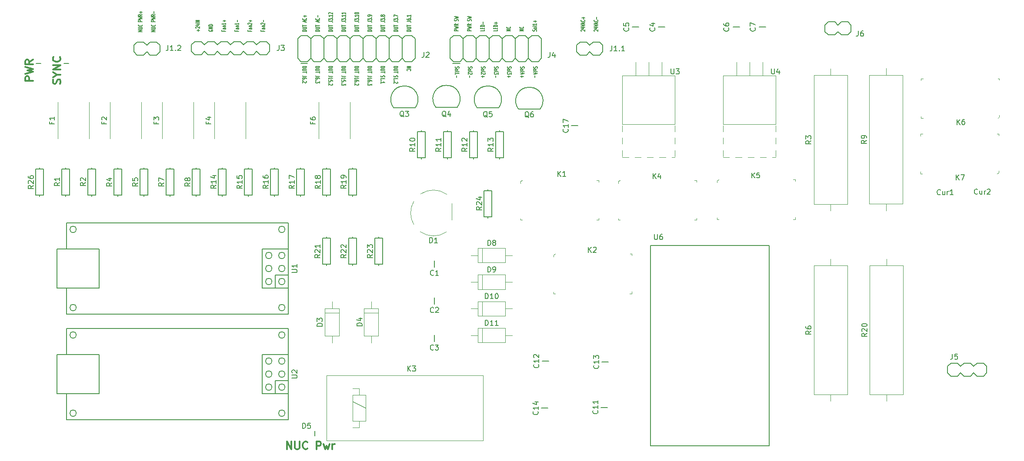
<source format=gbr>
G04 #@! TF.FileFunction,Legend,Top*
%FSLAX46Y46*%
G04 Gerber Fmt 4.6, Leading zero omitted, Abs format (unit mm)*
G04 Created by KiCad (PCBNEW 4.0.6) date 03/02/20 07:40:08*
%MOMM*%
%LPD*%
G01*
G04 APERTURE LIST*
%ADD10C,0.100000*%
%ADD11C,0.127000*%
%ADD12C,0.300000*%
%ADD13C,0.203200*%
%ADD14C,0.120000*%
%ADD15C,0.150000*%
G04 APERTURE END LIST*
D10*
D11*
X135291286Y-41495738D02*
X135255000Y-41471548D01*
X135218714Y-41423167D01*
X135218714Y-41302214D01*
X135255000Y-41253833D01*
X135291286Y-41229643D01*
X135363857Y-41205452D01*
X135436429Y-41205452D01*
X135545286Y-41229643D01*
X135980714Y-41519929D01*
X135980714Y-41205452D01*
X135472714Y-40770023D02*
X135980714Y-40770023D01*
X135182429Y-40890976D02*
X135726714Y-41011928D01*
X135726714Y-40697452D01*
X135218714Y-40576499D02*
X135980714Y-40407166D01*
X135218714Y-40237832D01*
X135763000Y-40092689D02*
X135763000Y-39850784D01*
X135980714Y-40141070D02*
X135218714Y-39971737D01*
X135980714Y-39802403D01*
X135908143Y-39342784D02*
X135944429Y-39366974D01*
X135980714Y-39439546D01*
X135980714Y-39487927D01*
X135944429Y-39560498D01*
X135871857Y-39608879D01*
X135799286Y-39633070D01*
X135654143Y-39657260D01*
X135545286Y-39657260D01*
X135400143Y-39633070D01*
X135327571Y-39608879D01*
X135255000Y-39560498D01*
X135218714Y-39487927D01*
X135218714Y-39439546D01*
X135255000Y-39366974D01*
X135291286Y-39342784D01*
X135690429Y-39125070D02*
X135690429Y-38738022D01*
X135980714Y-38931546D02*
X135400143Y-38931546D01*
X137831286Y-41495738D02*
X137795000Y-41471548D01*
X137758714Y-41423167D01*
X137758714Y-41302214D01*
X137795000Y-41253833D01*
X137831286Y-41229643D01*
X137903857Y-41205452D01*
X137976429Y-41205452D01*
X138085286Y-41229643D01*
X138520714Y-41519929D01*
X138520714Y-41205452D01*
X138012714Y-40770023D02*
X138520714Y-40770023D01*
X137722429Y-40890976D02*
X138266714Y-41011928D01*
X138266714Y-40697452D01*
X137758714Y-40576499D02*
X138520714Y-40407166D01*
X137758714Y-40237832D01*
X138303000Y-40092689D02*
X138303000Y-39850784D01*
X138520714Y-40141070D02*
X137758714Y-39971737D01*
X138520714Y-39802403D01*
X138448143Y-39342784D02*
X138484429Y-39366974D01*
X138520714Y-39439546D01*
X138520714Y-39487927D01*
X138484429Y-39560498D01*
X138411857Y-39608879D01*
X138339286Y-39633070D01*
X138194143Y-39657260D01*
X138085286Y-39657260D01*
X137940143Y-39633070D01*
X137867571Y-39608879D01*
X137795000Y-39560498D01*
X137758714Y-39487927D01*
X137758714Y-39439546D01*
X137795000Y-39366974D01*
X137831286Y-39342784D01*
X138230429Y-39125070D02*
X138230429Y-38738022D01*
X49811214Y-41598548D02*
X49049214Y-41598548D01*
X49811214Y-41308262D01*
X49049214Y-41308262D01*
X49049214Y-41066358D02*
X49666071Y-41066358D01*
X49738643Y-41042167D01*
X49774929Y-41017977D01*
X49811214Y-40969596D01*
X49811214Y-40872834D01*
X49774929Y-40824453D01*
X49738643Y-40800262D01*
X49666071Y-40776072D01*
X49049214Y-40776072D01*
X49738643Y-40243882D02*
X49774929Y-40268072D01*
X49811214Y-40340644D01*
X49811214Y-40389025D01*
X49774929Y-40461596D01*
X49702357Y-40509977D01*
X49629786Y-40534168D01*
X49484643Y-40558358D01*
X49375786Y-40558358D01*
X49230643Y-40534168D01*
X49158071Y-40509977D01*
X49085500Y-40461596D01*
X49049214Y-40389025D01*
X49049214Y-40340644D01*
X49085500Y-40268072D01*
X49121786Y-40243882D01*
X49811214Y-39639120D02*
X49049214Y-39639120D01*
X49049214Y-39445596D01*
X49085500Y-39397215D01*
X49121786Y-39373024D01*
X49194357Y-39348834D01*
X49303214Y-39348834D01*
X49375786Y-39373024D01*
X49412071Y-39397215D01*
X49448357Y-39445596D01*
X49448357Y-39639120D01*
X49049214Y-39179501D02*
X49811214Y-39058548D01*
X49266929Y-38961786D01*
X49811214Y-38865024D01*
X49049214Y-38744072D01*
X49811214Y-38260263D02*
X49448357Y-38429596D01*
X49811214Y-38550549D02*
X49049214Y-38550549D01*
X49049214Y-38357025D01*
X49085500Y-38308644D01*
X49121786Y-38284453D01*
X49194357Y-38260263D01*
X49303214Y-38260263D01*
X49375786Y-38284453D01*
X49412071Y-38308644D01*
X49448357Y-38357025D01*
X49448357Y-38550549D01*
X49520929Y-38042549D02*
X49520929Y-37655501D01*
X49811214Y-37849025D02*
X49230643Y-37849025D01*
X52351214Y-41598548D02*
X51589214Y-41598548D01*
X52351214Y-41308262D01*
X51589214Y-41308262D01*
X51589214Y-41066358D02*
X52206071Y-41066358D01*
X52278643Y-41042167D01*
X52314929Y-41017977D01*
X52351214Y-40969596D01*
X52351214Y-40872834D01*
X52314929Y-40824453D01*
X52278643Y-40800262D01*
X52206071Y-40776072D01*
X51589214Y-40776072D01*
X52278643Y-40243882D02*
X52314929Y-40268072D01*
X52351214Y-40340644D01*
X52351214Y-40389025D01*
X52314929Y-40461596D01*
X52242357Y-40509977D01*
X52169786Y-40534168D01*
X52024643Y-40558358D01*
X51915786Y-40558358D01*
X51770643Y-40534168D01*
X51698071Y-40509977D01*
X51625500Y-40461596D01*
X51589214Y-40389025D01*
X51589214Y-40340644D01*
X51625500Y-40268072D01*
X51661786Y-40243882D01*
X52351214Y-39639120D02*
X51589214Y-39639120D01*
X51589214Y-39445596D01*
X51625500Y-39397215D01*
X51661786Y-39373024D01*
X51734357Y-39348834D01*
X51843214Y-39348834D01*
X51915786Y-39373024D01*
X51952071Y-39397215D01*
X51988357Y-39445596D01*
X51988357Y-39639120D01*
X51589214Y-39179501D02*
X52351214Y-39058548D01*
X51806929Y-38961786D01*
X52351214Y-38865024D01*
X51589214Y-38744072D01*
X52351214Y-38260263D02*
X51988357Y-38429596D01*
X52351214Y-38550549D02*
X51589214Y-38550549D01*
X51589214Y-38357025D01*
X51625500Y-38308644D01*
X51661786Y-38284453D01*
X51734357Y-38260263D01*
X51843214Y-38260263D01*
X51915786Y-38284453D01*
X51952071Y-38308644D01*
X51988357Y-38357025D01*
X51988357Y-38550549D01*
X52060929Y-38042549D02*
X52060929Y-37655501D01*
X125993071Y-48420262D02*
X125956786Y-48492833D01*
X125956786Y-48613786D01*
X125993071Y-48662167D01*
X126029357Y-48686357D01*
X126101929Y-48710548D01*
X126174500Y-48710548D01*
X126247071Y-48686357D01*
X126283357Y-48662167D01*
X126319643Y-48613786D01*
X126355929Y-48517024D01*
X126392214Y-48468643D01*
X126428500Y-48444452D01*
X126501071Y-48420262D01*
X126573643Y-48420262D01*
X126646214Y-48444452D01*
X126682500Y-48468643D01*
X126718786Y-48517024D01*
X126718786Y-48637976D01*
X126682500Y-48710548D01*
X125956786Y-49000834D02*
X125993071Y-48952453D01*
X126029357Y-48928262D01*
X126101929Y-48904072D01*
X126319643Y-48904072D01*
X126392214Y-48928262D01*
X126428500Y-48952453D01*
X126464786Y-49000834D01*
X126464786Y-49073405D01*
X126428500Y-49121786D01*
X126392214Y-49145977D01*
X126319643Y-49170167D01*
X126101929Y-49170167D01*
X126029357Y-49145977D01*
X125993071Y-49121786D01*
X125956786Y-49073405D01*
X125956786Y-49000834D01*
X125956786Y-49460453D02*
X125993071Y-49412072D01*
X126065643Y-49387881D01*
X126718786Y-49387881D01*
X126464786Y-49871691D02*
X125956786Y-49871691D01*
X126755071Y-49750738D02*
X126210786Y-49629786D01*
X126210786Y-49944262D01*
X126247071Y-50137786D02*
X126247071Y-50524834D01*
X123453071Y-48420262D02*
X123416786Y-48492833D01*
X123416786Y-48613786D01*
X123453071Y-48662167D01*
X123489357Y-48686357D01*
X123561929Y-48710548D01*
X123634500Y-48710548D01*
X123707071Y-48686357D01*
X123743357Y-48662167D01*
X123779643Y-48613786D01*
X123815929Y-48517024D01*
X123852214Y-48468643D01*
X123888500Y-48444452D01*
X123961071Y-48420262D01*
X124033643Y-48420262D01*
X124106214Y-48444452D01*
X124142500Y-48468643D01*
X124178786Y-48517024D01*
X124178786Y-48637976D01*
X124142500Y-48710548D01*
X123416786Y-49000834D02*
X123453071Y-48952453D01*
X123489357Y-48928262D01*
X123561929Y-48904072D01*
X123779643Y-48904072D01*
X123852214Y-48928262D01*
X123888500Y-48952453D01*
X123924786Y-49000834D01*
X123924786Y-49073405D01*
X123888500Y-49121786D01*
X123852214Y-49145977D01*
X123779643Y-49170167D01*
X123561929Y-49170167D01*
X123489357Y-49145977D01*
X123453071Y-49121786D01*
X123416786Y-49073405D01*
X123416786Y-49000834D01*
X123416786Y-49460453D02*
X123453071Y-49412072D01*
X123525643Y-49387881D01*
X124178786Y-49387881D01*
X123924786Y-49871691D02*
X123416786Y-49871691D01*
X124215071Y-49750738D02*
X123670786Y-49629786D01*
X123670786Y-49944262D01*
X123707071Y-50137786D02*
X123707071Y-50524834D01*
X123416786Y-50331310D02*
X123997357Y-50331310D01*
X120913071Y-48420262D02*
X120876786Y-48492833D01*
X120876786Y-48613786D01*
X120913071Y-48662167D01*
X120949357Y-48686357D01*
X121021929Y-48710548D01*
X121094500Y-48710548D01*
X121167071Y-48686357D01*
X121203357Y-48662167D01*
X121239643Y-48613786D01*
X121275929Y-48517024D01*
X121312214Y-48468643D01*
X121348500Y-48444452D01*
X121421071Y-48420262D01*
X121493643Y-48420262D01*
X121566214Y-48444452D01*
X121602500Y-48468643D01*
X121638786Y-48517024D01*
X121638786Y-48637976D01*
X121602500Y-48710548D01*
X120876786Y-49000834D02*
X120913071Y-48952453D01*
X120949357Y-48928262D01*
X121021929Y-48904072D01*
X121239643Y-48904072D01*
X121312214Y-48928262D01*
X121348500Y-48952453D01*
X121384786Y-49000834D01*
X121384786Y-49073405D01*
X121348500Y-49121786D01*
X121312214Y-49145977D01*
X121239643Y-49170167D01*
X121021929Y-49170167D01*
X120949357Y-49145977D01*
X120913071Y-49121786D01*
X120876786Y-49073405D01*
X120876786Y-49000834D01*
X120876786Y-49460453D02*
X120913071Y-49412072D01*
X120985643Y-49387881D01*
X121638786Y-49387881D01*
X121638786Y-49605595D02*
X121638786Y-49920072D01*
X121348500Y-49750738D01*
X121348500Y-49823310D01*
X121312214Y-49871691D01*
X121275929Y-49895881D01*
X121203357Y-49920072D01*
X121021929Y-49920072D01*
X120949357Y-49895881D01*
X120913071Y-49871691D01*
X120876786Y-49823310D01*
X120876786Y-49678167D01*
X120913071Y-49629786D01*
X120949357Y-49605595D01*
X121167071Y-50137786D02*
X121167071Y-50524834D01*
X120876786Y-50331310D02*
X121457357Y-50331310D01*
X118373071Y-48420262D02*
X118336786Y-48492833D01*
X118336786Y-48613786D01*
X118373071Y-48662167D01*
X118409357Y-48686357D01*
X118481929Y-48710548D01*
X118554500Y-48710548D01*
X118627071Y-48686357D01*
X118663357Y-48662167D01*
X118699643Y-48613786D01*
X118735929Y-48517024D01*
X118772214Y-48468643D01*
X118808500Y-48444452D01*
X118881071Y-48420262D01*
X118953643Y-48420262D01*
X119026214Y-48444452D01*
X119062500Y-48468643D01*
X119098786Y-48517024D01*
X119098786Y-48637976D01*
X119062500Y-48710548D01*
X118336786Y-49000834D02*
X118373071Y-48952453D01*
X118409357Y-48928262D01*
X118481929Y-48904072D01*
X118699643Y-48904072D01*
X118772214Y-48928262D01*
X118808500Y-48952453D01*
X118844786Y-49000834D01*
X118844786Y-49073405D01*
X118808500Y-49121786D01*
X118772214Y-49145977D01*
X118699643Y-49170167D01*
X118481929Y-49170167D01*
X118409357Y-49145977D01*
X118373071Y-49121786D01*
X118336786Y-49073405D01*
X118336786Y-49000834D01*
X118336786Y-49460453D02*
X118373071Y-49412072D01*
X118445643Y-49387881D01*
X119098786Y-49387881D01*
X119098786Y-49605595D02*
X119098786Y-49920072D01*
X118808500Y-49750738D01*
X118808500Y-49823310D01*
X118772214Y-49871691D01*
X118735929Y-49895881D01*
X118663357Y-49920072D01*
X118481929Y-49920072D01*
X118409357Y-49895881D01*
X118373071Y-49871691D01*
X118336786Y-49823310D01*
X118336786Y-49678167D01*
X118373071Y-49629786D01*
X118409357Y-49605595D01*
X118627071Y-50137786D02*
X118627071Y-50524834D01*
X115833071Y-48420262D02*
X115796786Y-48492833D01*
X115796786Y-48613786D01*
X115833071Y-48662167D01*
X115869357Y-48686357D01*
X115941929Y-48710548D01*
X116014500Y-48710548D01*
X116087071Y-48686357D01*
X116123357Y-48662167D01*
X116159643Y-48613786D01*
X116195929Y-48517024D01*
X116232214Y-48468643D01*
X116268500Y-48444452D01*
X116341071Y-48420262D01*
X116413643Y-48420262D01*
X116486214Y-48444452D01*
X116522500Y-48468643D01*
X116558786Y-48517024D01*
X116558786Y-48637976D01*
X116522500Y-48710548D01*
X115796786Y-49000834D02*
X115833071Y-48952453D01*
X115869357Y-48928262D01*
X115941929Y-48904072D01*
X116159643Y-48904072D01*
X116232214Y-48928262D01*
X116268500Y-48952453D01*
X116304786Y-49000834D01*
X116304786Y-49073405D01*
X116268500Y-49121786D01*
X116232214Y-49145977D01*
X116159643Y-49170167D01*
X115941929Y-49170167D01*
X115869357Y-49145977D01*
X115833071Y-49121786D01*
X115796786Y-49073405D01*
X115796786Y-49000834D01*
X115796786Y-49460453D02*
X115833071Y-49412072D01*
X115905643Y-49387881D01*
X116558786Y-49387881D01*
X116486214Y-49629786D02*
X116522500Y-49653976D01*
X116558786Y-49702357D01*
X116558786Y-49823310D01*
X116522500Y-49871691D01*
X116486214Y-49895881D01*
X116413643Y-49920072D01*
X116341071Y-49920072D01*
X116232214Y-49895881D01*
X115796786Y-49605595D01*
X115796786Y-49920072D01*
X116087071Y-50137786D02*
X116087071Y-50524834D01*
X115796786Y-50331310D02*
X116377357Y-50331310D01*
X113293071Y-48420262D02*
X113256786Y-48492833D01*
X113256786Y-48613786D01*
X113293071Y-48662167D01*
X113329357Y-48686357D01*
X113401929Y-48710548D01*
X113474500Y-48710548D01*
X113547071Y-48686357D01*
X113583357Y-48662167D01*
X113619643Y-48613786D01*
X113655929Y-48517024D01*
X113692214Y-48468643D01*
X113728500Y-48444452D01*
X113801071Y-48420262D01*
X113873643Y-48420262D01*
X113946214Y-48444452D01*
X113982500Y-48468643D01*
X114018786Y-48517024D01*
X114018786Y-48637976D01*
X113982500Y-48710548D01*
X113256786Y-49000834D02*
X113293071Y-48952453D01*
X113329357Y-48928262D01*
X113401929Y-48904072D01*
X113619643Y-48904072D01*
X113692214Y-48928262D01*
X113728500Y-48952453D01*
X113764786Y-49000834D01*
X113764786Y-49073405D01*
X113728500Y-49121786D01*
X113692214Y-49145977D01*
X113619643Y-49170167D01*
X113401929Y-49170167D01*
X113329357Y-49145977D01*
X113293071Y-49121786D01*
X113256786Y-49073405D01*
X113256786Y-49000834D01*
X113256786Y-49460453D02*
X113293071Y-49412072D01*
X113365643Y-49387881D01*
X114018786Y-49387881D01*
X113946214Y-49629786D02*
X113982500Y-49653976D01*
X114018786Y-49702357D01*
X114018786Y-49823310D01*
X113982500Y-49871691D01*
X113946214Y-49895881D01*
X113873643Y-49920072D01*
X113801071Y-49920072D01*
X113692214Y-49895881D01*
X113256786Y-49605595D01*
X113256786Y-49920072D01*
X113547071Y-50137786D02*
X113547071Y-50524834D01*
X110753071Y-48420262D02*
X110716786Y-48492833D01*
X110716786Y-48613786D01*
X110753071Y-48662167D01*
X110789357Y-48686357D01*
X110861929Y-48710548D01*
X110934500Y-48710548D01*
X111007071Y-48686357D01*
X111043357Y-48662167D01*
X111079643Y-48613786D01*
X111115929Y-48517024D01*
X111152214Y-48468643D01*
X111188500Y-48444452D01*
X111261071Y-48420262D01*
X111333643Y-48420262D01*
X111406214Y-48444452D01*
X111442500Y-48468643D01*
X111478786Y-48517024D01*
X111478786Y-48637976D01*
X111442500Y-48710548D01*
X110716786Y-49000834D02*
X110753071Y-48952453D01*
X110789357Y-48928262D01*
X110861929Y-48904072D01*
X111079643Y-48904072D01*
X111152214Y-48928262D01*
X111188500Y-48952453D01*
X111224786Y-49000834D01*
X111224786Y-49073405D01*
X111188500Y-49121786D01*
X111152214Y-49145977D01*
X111079643Y-49170167D01*
X110861929Y-49170167D01*
X110789357Y-49145977D01*
X110753071Y-49121786D01*
X110716786Y-49073405D01*
X110716786Y-49000834D01*
X110716786Y-49460453D02*
X110753071Y-49412072D01*
X110825643Y-49387881D01*
X111478786Y-49387881D01*
X110716786Y-49920072D02*
X110716786Y-49629786D01*
X110716786Y-49774929D02*
X111478786Y-49774929D01*
X111369929Y-49726548D01*
X111297357Y-49678167D01*
X111261071Y-49629786D01*
X111007071Y-50137786D02*
X111007071Y-50524834D01*
X111342714Y-41471548D02*
X110580714Y-41471548D01*
X110580714Y-41278024D01*
X110617000Y-41229643D01*
X110653286Y-41205452D01*
X110725857Y-41181262D01*
X110834714Y-41181262D01*
X110907286Y-41205452D01*
X110943571Y-41229643D01*
X110979857Y-41278024D01*
X110979857Y-41471548D01*
X110580714Y-41011929D02*
X111342714Y-40890976D01*
X110798429Y-40794214D01*
X111342714Y-40697452D01*
X110580714Y-40576500D01*
X111342714Y-40092691D02*
X110979857Y-40262024D01*
X111342714Y-40382977D02*
X110580714Y-40382977D01*
X110580714Y-40189453D01*
X110617000Y-40141072D01*
X110653286Y-40116881D01*
X110725857Y-40092691D01*
X110834714Y-40092691D01*
X110907286Y-40116881D01*
X110943571Y-40141072D01*
X110979857Y-40189453D01*
X110979857Y-40382977D01*
X111306429Y-39512119D02*
X111342714Y-39439548D01*
X111342714Y-39318595D01*
X111306429Y-39270214D01*
X111270143Y-39246024D01*
X111197571Y-39221833D01*
X111125000Y-39221833D01*
X111052429Y-39246024D01*
X111016143Y-39270214D01*
X110979857Y-39318595D01*
X110943571Y-39415357D01*
X110907286Y-39463738D01*
X110871000Y-39487929D01*
X110798429Y-39512119D01*
X110725857Y-39512119D01*
X110653286Y-39487929D01*
X110617000Y-39463738D01*
X110580714Y-39415357D01*
X110580714Y-39294405D01*
X110617000Y-39221833D01*
X110580714Y-39052500D02*
X111342714Y-38931547D01*
X110798429Y-38834785D01*
X111342714Y-38738023D01*
X110580714Y-38617071D01*
X113882714Y-41471548D02*
X113120714Y-41471548D01*
X113120714Y-41278024D01*
X113157000Y-41229643D01*
X113193286Y-41205452D01*
X113265857Y-41181262D01*
X113374714Y-41181262D01*
X113447286Y-41205452D01*
X113483571Y-41229643D01*
X113519857Y-41278024D01*
X113519857Y-41471548D01*
X113120714Y-41011929D02*
X113882714Y-40890976D01*
X113338429Y-40794214D01*
X113882714Y-40697452D01*
X113120714Y-40576500D01*
X113882714Y-40092691D02*
X113519857Y-40262024D01*
X113882714Y-40382977D02*
X113120714Y-40382977D01*
X113120714Y-40189453D01*
X113157000Y-40141072D01*
X113193286Y-40116881D01*
X113265857Y-40092691D01*
X113374714Y-40092691D01*
X113447286Y-40116881D01*
X113483571Y-40141072D01*
X113519857Y-40189453D01*
X113519857Y-40382977D01*
X113846429Y-39512119D02*
X113882714Y-39439548D01*
X113882714Y-39318595D01*
X113846429Y-39270214D01*
X113810143Y-39246024D01*
X113737571Y-39221833D01*
X113665000Y-39221833D01*
X113592429Y-39246024D01*
X113556143Y-39270214D01*
X113519857Y-39318595D01*
X113483571Y-39415357D01*
X113447286Y-39463738D01*
X113411000Y-39487929D01*
X113338429Y-39512119D01*
X113265857Y-39512119D01*
X113193286Y-39487929D01*
X113157000Y-39463738D01*
X113120714Y-39415357D01*
X113120714Y-39294405D01*
X113157000Y-39221833D01*
X113120714Y-39052500D02*
X113882714Y-38931547D01*
X113338429Y-38834785D01*
X113882714Y-38738023D01*
X113120714Y-38617071D01*
X116422714Y-41229643D02*
X116422714Y-41471548D01*
X115660714Y-41471548D01*
X116023571Y-41060310D02*
X116023571Y-40890976D01*
X116422714Y-40818405D02*
X116422714Y-41060310D01*
X115660714Y-41060310D01*
X115660714Y-40818405D01*
X116422714Y-40600691D02*
X115660714Y-40600691D01*
X115660714Y-40479738D01*
X115697000Y-40407167D01*
X115769571Y-40358786D01*
X115842143Y-40334595D01*
X115987286Y-40310405D01*
X116096143Y-40310405D01*
X116241286Y-40334595D01*
X116313857Y-40358786D01*
X116386429Y-40407167D01*
X116422714Y-40479738D01*
X116422714Y-40600691D01*
X116132429Y-40092691D02*
X116132429Y-39705643D01*
X118962714Y-41229643D02*
X118962714Y-41471548D01*
X118200714Y-41471548D01*
X118563571Y-41060310D02*
X118563571Y-40890976D01*
X118962714Y-40818405D02*
X118962714Y-41060310D01*
X118200714Y-41060310D01*
X118200714Y-40818405D01*
X118962714Y-40600691D02*
X118200714Y-40600691D01*
X118200714Y-40479738D01*
X118237000Y-40407167D01*
X118309571Y-40358786D01*
X118382143Y-40334595D01*
X118527286Y-40310405D01*
X118636143Y-40310405D01*
X118781286Y-40334595D01*
X118853857Y-40358786D01*
X118926429Y-40407167D01*
X118962714Y-40479738D01*
X118962714Y-40600691D01*
X118672429Y-40092691D02*
X118672429Y-39705643D01*
X118962714Y-39899167D02*
X118382143Y-39899167D01*
X121502714Y-41471548D02*
X120740714Y-41471548D01*
X121502714Y-41181262D01*
X120740714Y-41181262D01*
X121430143Y-40649072D02*
X121466429Y-40673262D01*
X121502714Y-40745834D01*
X121502714Y-40794215D01*
X121466429Y-40866786D01*
X121393857Y-40915167D01*
X121321286Y-40939358D01*
X121176143Y-40963548D01*
X121067286Y-40963548D01*
X120922143Y-40939358D01*
X120849571Y-40915167D01*
X120777000Y-40866786D01*
X120740714Y-40794215D01*
X120740714Y-40745834D01*
X120777000Y-40673262D01*
X120813286Y-40649072D01*
X124042714Y-41471548D02*
X123280714Y-41471548D01*
X124042714Y-41181262D01*
X123280714Y-41181262D01*
X123970143Y-40649072D02*
X124006429Y-40673262D01*
X124042714Y-40745834D01*
X124042714Y-40794215D01*
X124006429Y-40866786D01*
X123933857Y-40915167D01*
X123861286Y-40939358D01*
X123716143Y-40963548D01*
X123607286Y-40963548D01*
X123462143Y-40939358D01*
X123389571Y-40915167D01*
X123317000Y-40866786D01*
X123280714Y-40794215D01*
X123280714Y-40745834D01*
X123317000Y-40673262D01*
X123353286Y-40649072D01*
X126546429Y-41495738D02*
X126582714Y-41423167D01*
X126582714Y-41302214D01*
X126546429Y-41253833D01*
X126510143Y-41229643D01*
X126437571Y-41205452D01*
X126365000Y-41205452D01*
X126292429Y-41229643D01*
X126256143Y-41253833D01*
X126219857Y-41302214D01*
X126183571Y-41398976D01*
X126147286Y-41447357D01*
X126111000Y-41471548D01*
X126038429Y-41495738D01*
X125965857Y-41495738D01*
X125893286Y-41471548D01*
X125857000Y-41447357D01*
X125820714Y-41398976D01*
X125820714Y-41278024D01*
X125857000Y-41205452D01*
X126582714Y-40915166D02*
X126546429Y-40963547D01*
X126510143Y-40987738D01*
X126437571Y-41011928D01*
X126219857Y-41011928D01*
X126147286Y-40987738D01*
X126111000Y-40963547D01*
X126074714Y-40915166D01*
X126074714Y-40842595D01*
X126111000Y-40794214D01*
X126147286Y-40770023D01*
X126219857Y-40745833D01*
X126437571Y-40745833D01*
X126510143Y-40770023D01*
X126546429Y-40794214D01*
X126582714Y-40842595D01*
X126582714Y-40915166D01*
X126582714Y-40455547D02*
X126546429Y-40503928D01*
X126473857Y-40528119D01*
X125820714Y-40528119D01*
X126582714Y-39995928D02*
X126582714Y-40286214D01*
X126582714Y-40141071D02*
X125820714Y-40141071D01*
X125929571Y-40189452D01*
X126002143Y-40237833D01*
X126038429Y-40286214D01*
X126292429Y-39778214D02*
X126292429Y-39391166D01*
X126582714Y-39584690D02*
X126002143Y-39584690D01*
D12*
X33817643Y-51756143D02*
X33889071Y-51541857D01*
X33889071Y-51184714D01*
X33817643Y-51041857D01*
X33746214Y-50970428D01*
X33603357Y-50899000D01*
X33460500Y-50899000D01*
X33317643Y-50970428D01*
X33246214Y-51041857D01*
X33174786Y-51184714D01*
X33103357Y-51470428D01*
X33031929Y-51613286D01*
X32960500Y-51684714D01*
X32817643Y-51756143D01*
X32674786Y-51756143D01*
X32531929Y-51684714D01*
X32460500Y-51613286D01*
X32389071Y-51470428D01*
X32389071Y-51113286D01*
X32460500Y-50899000D01*
X33174786Y-49970429D02*
X33889071Y-49970429D01*
X32389071Y-50470429D02*
X33174786Y-49970429D01*
X32389071Y-49470429D01*
X33889071Y-48970429D02*
X32389071Y-48970429D01*
X33889071Y-48113286D01*
X32389071Y-48113286D01*
X33746214Y-46541857D02*
X33817643Y-46613286D01*
X33889071Y-46827572D01*
X33889071Y-46970429D01*
X33817643Y-47184714D01*
X33674786Y-47327572D01*
X33531929Y-47399000D01*
X33246214Y-47470429D01*
X33031929Y-47470429D01*
X32746214Y-47399000D01*
X32603357Y-47327572D01*
X32460500Y-47184714D01*
X32389071Y-46970429D01*
X32389071Y-46827572D01*
X32460500Y-46613286D01*
X32531929Y-46541857D01*
D11*
X101318786Y-48380952D02*
X102080786Y-48380952D01*
X101318786Y-48671238D01*
X102080786Y-48671238D01*
X101391357Y-49203428D02*
X101355071Y-49179238D01*
X101318786Y-49106666D01*
X101318786Y-49058285D01*
X101355071Y-48985714D01*
X101427643Y-48937333D01*
X101500214Y-48913142D01*
X101645357Y-48888952D01*
X101754214Y-48888952D01*
X101899357Y-48913142D01*
X101971929Y-48937333D01*
X102044500Y-48985714D01*
X102080786Y-49058285D01*
X102080786Y-49106666D01*
X102044500Y-49179238D01*
X102008214Y-49203428D01*
X98778786Y-48380952D02*
X99540786Y-48380952D01*
X99540786Y-48501905D01*
X99504500Y-48574476D01*
X99431929Y-48622857D01*
X99359357Y-48647048D01*
X99214214Y-48671238D01*
X99105357Y-48671238D01*
X98960214Y-48647048D01*
X98887643Y-48622857D01*
X98815071Y-48574476D01*
X98778786Y-48501905D01*
X98778786Y-48380952D01*
X99540786Y-48888952D02*
X98923929Y-48888952D01*
X98851357Y-48913143D01*
X98815071Y-48937333D01*
X98778786Y-48985714D01*
X98778786Y-49082476D01*
X98815071Y-49130857D01*
X98851357Y-49155048D01*
X98923929Y-49179238D01*
X99540786Y-49179238D01*
X99540786Y-49348571D02*
X99540786Y-49638857D01*
X98778786Y-49493714D02*
X99540786Y-49493714D01*
X98815071Y-50171048D02*
X98778786Y-50243619D01*
X98778786Y-50364572D01*
X98815071Y-50412953D01*
X98851357Y-50437143D01*
X98923929Y-50461334D01*
X98996500Y-50461334D01*
X99069071Y-50437143D01*
X99105357Y-50412953D01*
X99141643Y-50364572D01*
X99177929Y-50267810D01*
X99214214Y-50219429D01*
X99250500Y-50195238D01*
X99323071Y-50171048D01*
X99395643Y-50171048D01*
X99468214Y-50195238D01*
X99504500Y-50219429D01*
X99540786Y-50267810D01*
X99540786Y-50388762D01*
X99504500Y-50461334D01*
X98778786Y-50945144D02*
X98778786Y-50654858D01*
X98778786Y-50800001D02*
X99540786Y-50800001D01*
X99431929Y-50751620D01*
X99359357Y-50703239D01*
X99323071Y-50654858D01*
X98851357Y-51162858D02*
X98815071Y-51187049D01*
X98778786Y-51162858D01*
X98815071Y-51138668D01*
X98851357Y-51162858D01*
X98778786Y-51162858D01*
X99468214Y-51380573D02*
X99504500Y-51404763D01*
X99540786Y-51453144D01*
X99540786Y-51574097D01*
X99504500Y-51622478D01*
X99468214Y-51646668D01*
X99395643Y-51670859D01*
X99323071Y-51670859D01*
X99214214Y-51646668D01*
X98778786Y-51356382D01*
X98778786Y-51670859D01*
X96238786Y-48380952D02*
X97000786Y-48380952D01*
X97000786Y-48501905D01*
X96964500Y-48574476D01*
X96891929Y-48622857D01*
X96819357Y-48647048D01*
X96674214Y-48671238D01*
X96565357Y-48671238D01*
X96420214Y-48647048D01*
X96347643Y-48622857D01*
X96275071Y-48574476D01*
X96238786Y-48501905D01*
X96238786Y-48380952D01*
X97000786Y-48888952D02*
X96383929Y-48888952D01*
X96311357Y-48913143D01*
X96275071Y-48937333D01*
X96238786Y-48985714D01*
X96238786Y-49082476D01*
X96275071Y-49130857D01*
X96311357Y-49155048D01*
X96383929Y-49179238D01*
X97000786Y-49179238D01*
X97000786Y-49348571D02*
X97000786Y-49638857D01*
X96238786Y-49493714D02*
X97000786Y-49493714D01*
X96275071Y-50171048D02*
X96238786Y-50243619D01*
X96238786Y-50364572D01*
X96275071Y-50412953D01*
X96311357Y-50437143D01*
X96383929Y-50461334D01*
X96456500Y-50461334D01*
X96529071Y-50437143D01*
X96565357Y-50412953D01*
X96601643Y-50364572D01*
X96637929Y-50267810D01*
X96674214Y-50219429D01*
X96710500Y-50195238D01*
X96783071Y-50171048D01*
X96855643Y-50171048D01*
X96928214Y-50195238D01*
X96964500Y-50219429D01*
X97000786Y-50267810D01*
X97000786Y-50388762D01*
X96964500Y-50461334D01*
X96238786Y-50945144D02*
X96238786Y-50654858D01*
X96238786Y-50800001D02*
X97000786Y-50800001D01*
X96891929Y-50751620D01*
X96819357Y-50703239D01*
X96783071Y-50654858D01*
X96311357Y-51162858D02*
X96275071Y-51187049D01*
X96238786Y-51162858D01*
X96275071Y-51138668D01*
X96311357Y-51162858D01*
X96238786Y-51162858D01*
X96238786Y-51670859D02*
X96238786Y-51380573D01*
X96238786Y-51525716D02*
X97000786Y-51525716D01*
X96891929Y-51477335D01*
X96819357Y-51428954D01*
X96783071Y-51380573D01*
X93698786Y-48380952D02*
X94460786Y-48380952D01*
X94460786Y-48501905D01*
X94424500Y-48574476D01*
X94351929Y-48622857D01*
X94279357Y-48647048D01*
X94134214Y-48671238D01*
X94025357Y-48671238D01*
X93880214Y-48647048D01*
X93807643Y-48622857D01*
X93735071Y-48574476D01*
X93698786Y-48501905D01*
X93698786Y-48380952D01*
X94460786Y-48888952D02*
X93843929Y-48888952D01*
X93771357Y-48913143D01*
X93735071Y-48937333D01*
X93698786Y-48985714D01*
X93698786Y-49082476D01*
X93735071Y-49130857D01*
X93771357Y-49155048D01*
X93843929Y-49179238D01*
X94460786Y-49179238D01*
X94460786Y-49348571D02*
X94460786Y-49638857D01*
X93698786Y-49493714D02*
X94460786Y-49493714D01*
X94460786Y-50340381D02*
X93916500Y-50340381D01*
X93807643Y-50316191D01*
X93735071Y-50267810D01*
X93698786Y-50195238D01*
X93698786Y-50146857D01*
X93698786Y-50848382D02*
X93698786Y-50558096D01*
X93698786Y-50703239D02*
X94460786Y-50703239D01*
X94351929Y-50654858D01*
X94279357Y-50606477D01*
X94243071Y-50558096D01*
X94460786Y-51283811D02*
X94460786Y-51187049D01*
X94424500Y-51138668D01*
X94388214Y-51114477D01*
X94279357Y-51066096D01*
X94134214Y-51041906D01*
X93843929Y-51041906D01*
X93771357Y-51066096D01*
X93735071Y-51090287D01*
X93698786Y-51138668D01*
X93698786Y-51235430D01*
X93735071Y-51283811D01*
X93771357Y-51308001D01*
X93843929Y-51332192D01*
X94025357Y-51332192D01*
X94097929Y-51308001D01*
X94134214Y-51283811D01*
X94170500Y-51235430D01*
X94170500Y-51138668D01*
X94134214Y-51090287D01*
X94097929Y-51066096D01*
X94025357Y-51041906D01*
X93771357Y-51549906D02*
X93735071Y-51574097D01*
X93698786Y-51549906D01*
X93735071Y-51525716D01*
X93771357Y-51549906D01*
X93698786Y-51549906D01*
X94460786Y-51743430D02*
X94460786Y-52057907D01*
X94170500Y-51888573D01*
X94170500Y-51961145D01*
X94134214Y-52009526D01*
X94097929Y-52033716D01*
X94025357Y-52057907D01*
X93843929Y-52057907D01*
X93771357Y-52033716D01*
X93735071Y-52009526D01*
X93698786Y-51961145D01*
X93698786Y-51816002D01*
X93735071Y-51767621D01*
X93771357Y-51743430D01*
X91158786Y-48380952D02*
X91920786Y-48380952D01*
X91920786Y-48501905D01*
X91884500Y-48574476D01*
X91811929Y-48622857D01*
X91739357Y-48647048D01*
X91594214Y-48671238D01*
X91485357Y-48671238D01*
X91340214Y-48647048D01*
X91267643Y-48622857D01*
X91195071Y-48574476D01*
X91158786Y-48501905D01*
X91158786Y-48380952D01*
X91920786Y-48888952D02*
X91303929Y-48888952D01*
X91231357Y-48913143D01*
X91195071Y-48937333D01*
X91158786Y-48985714D01*
X91158786Y-49082476D01*
X91195071Y-49130857D01*
X91231357Y-49155048D01*
X91303929Y-49179238D01*
X91920786Y-49179238D01*
X91920786Y-49348571D02*
X91920786Y-49638857D01*
X91158786Y-49493714D02*
X91920786Y-49493714D01*
X91920786Y-50340381D02*
X91376500Y-50340381D01*
X91267643Y-50316191D01*
X91195071Y-50267810D01*
X91158786Y-50195238D01*
X91158786Y-50146857D01*
X91158786Y-50848382D02*
X91158786Y-50558096D01*
X91158786Y-50703239D02*
X91920786Y-50703239D01*
X91811929Y-50654858D01*
X91739357Y-50606477D01*
X91703071Y-50558096D01*
X91920786Y-51283811D02*
X91920786Y-51187049D01*
X91884500Y-51138668D01*
X91848214Y-51114477D01*
X91739357Y-51066096D01*
X91594214Y-51041906D01*
X91303929Y-51041906D01*
X91231357Y-51066096D01*
X91195071Y-51090287D01*
X91158786Y-51138668D01*
X91158786Y-51235430D01*
X91195071Y-51283811D01*
X91231357Y-51308001D01*
X91303929Y-51332192D01*
X91485357Y-51332192D01*
X91557929Y-51308001D01*
X91594214Y-51283811D01*
X91630500Y-51235430D01*
X91630500Y-51138668D01*
X91594214Y-51090287D01*
X91557929Y-51066096D01*
X91485357Y-51041906D01*
X91231357Y-51549906D02*
X91195071Y-51574097D01*
X91158786Y-51549906D01*
X91195071Y-51525716D01*
X91231357Y-51549906D01*
X91158786Y-51549906D01*
X91848214Y-51767621D02*
X91884500Y-51791811D01*
X91920786Y-51840192D01*
X91920786Y-51961145D01*
X91884500Y-52009526D01*
X91848214Y-52033716D01*
X91775643Y-52057907D01*
X91703071Y-52057907D01*
X91594214Y-52033716D01*
X91158786Y-51743430D01*
X91158786Y-52057907D01*
X88618786Y-48380952D02*
X89380786Y-48380952D01*
X89380786Y-48501905D01*
X89344500Y-48574476D01*
X89271929Y-48622857D01*
X89199357Y-48647048D01*
X89054214Y-48671238D01*
X88945357Y-48671238D01*
X88800214Y-48647048D01*
X88727643Y-48622857D01*
X88655071Y-48574476D01*
X88618786Y-48501905D01*
X88618786Y-48380952D01*
X89380786Y-48888952D02*
X88763929Y-48888952D01*
X88691357Y-48913143D01*
X88655071Y-48937333D01*
X88618786Y-48985714D01*
X88618786Y-49082476D01*
X88655071Y-49130857D01*
X88691357Y-49155048D01*
X88763929Y-49179238D01*
X89380786Y-49179238D01*
X89380786Y-49348571D02*
X89380786Y-49638857D01*
X88618786Y-49493714D02*
X89380786Y-49493714D01*
X89380786Y-50340381D02*
X88836500Y-50340381D01*
X88727643Y-50316191D01*
X88655071Y-50267810D01*
X88618786Y-50195238D01*
X88618786Y-50146857D01*
X88618786Y-50848382D02*
X88618786Y-50558096D01*
X88618786Y-50703239D02*
X89380786Y-50703239D01*
X89271929Y-50654858D01*
X89199357Y-50606477D01*
X89163071Y-50558096D01*
X89380786Y-51308001D02*
X89380786Y-51066096D01*
X89017929Y-51041906D01*
X89054214Y-51066096D01*
X89090500Y-51114477D01*
X89090500Y-51235430D01*
X89054214Y-51283811D01*
X89017929Y-51308001D01*
X88945357Y-51332192D01*
X88763929Y-51332192D01*
X88691357Y-51308001D01*
X88655071Y-51283811D01*
X88618786Y-51235430D01*
X88618786Y-51114477D01*
X88655071Y-51066096D01*
X88691357Y-51041906D01*
X88691357Y-51549906D02*
X88655071Y-51574097D01*
X88618786Y-51549906D01*
X88655071Y-51525716D01*
X88691357Y-51549906D01*
X88618786Y-51549906D01*
X89380786Y-51743430D02*
X89380786Y-52057907D01*
X89090500Y-51888573D01*
X89090500Y-51961145D01*
X89054214Y-52009526D01*
X89017929Y-52033716D01*
X88945357Y-52057907D01*
X88763929Y-52057907D01*
X88691357Y-52033716D01*
X88655071Y-52009526D01*
X88618786Y-51961145D01*
X88618786Y-51816002D01*
X88655071Y-51767621D01*
X88691357Y-51743430D01*
X86078786Y-48380952D02*
X86840786Y-48380952D01*
X86840786Y-48501905D01*
X86804500Y-48574476D01*
X86731929Y-48622857D01*
X86659357Y-48647048D01*
X86514214Y-48671238D01*
X86405357Y-48671238D01*
X86260214Y-48647048D01*
X86187643Y-48622857D01*
X86115071Y-48574476D01*
X86078786Y-48501905D01*
X86078786Y-48380952D01*
X86840786Y-48888952D02*
X86223929Y-48888952D01*
X86151357Y-48913143D01*
X86115071Y-48937333D01*
X86078786Y-48985714D01*
X86078786Y-49082476D01*
X86115071Y-49130857D01*
X86151357Y-49155048D01*
X86223929Y-49179238D01*
X86840786Y-49179238D01*
X86840786Y-49348571D02*
X86840786Y-49638857D01*
X86078786Y-49493714D02*
X86840786Y-49493714D01*
X86840786Y-50340381D02*
X86296500Y-50340381D01*
X86187643Y-50316191D01*
X86115071Y-50267810D01*
X86078786Y-50195238D01*
X86078786Y-50146857D01*
X86078786Y-50848382D02*
X86078786Y-50558096D01*
X86078786Y-50703239D02*
X86840786Y-50703239D01*
X86731929Y-50654858D01*
X86659357Y-50606477D01*
X86623071Y-50558096D01*
X86840786Y-51308001D02*
X86840786Y-51066096D01*
X86477929Y-51041906D01*
X86514214Y-51066096D01*
X86550500Y-51114477D01*
X86550500Y-51235430D01*
X86514214Y-51283811D01*
X86477929Y-51308001D01*
X86405357Y-51332192D01*
X86223929Y-51332192D01*
X86151357Y-51308001D01*
X86115071Y-51283811D01*
X86078786Y-51235430D01*
X86078786Y-51114477D01*
X86115071Y-51066096D01*
X86151357Y-51041906D01*
X86151357Y-51549906D02*
X86115071Y-51574097D01*
X86078786Y-51549906D01*
X86115071Y-51525716D01*
X86151357Y-51549906D01*
X86078786Y-51549906D01*
X86768214Y-51767621D02*
X86804500Y-51791811D01*
X86840786Y-51840192D01*
X86840786Y-51961145D01*
X86804500Y-52009526D01*
X86768214Y-52033716D01*
X86695643Y-52057907D01*
X86623071Y-52057907D01*
X86514214Y-52033716D01*
X86078786Y-51743430D01*
X86078786Y-52057907D01*
X83538786Y-48380952D02*
X84300786Y-48380952D01*
X84300786Y-48501905D01*
X84264500Y-48574476D01*
X84191929Y-48622857D01*
X84119357Y-48647048D01*
X83974214Y-48671238D01*
X83865357Y-48671238D01*
X83720214Y-48647048D01*
X83647643Y-48622857D01*
X83575071Y-48574476D01*
X83538786Y-48501905D01*
X83538786Y-48380952D01*
X84300786Y-48888952D02*
X83683929Y-48888952D01*
X83611357Y-48913143D01*
X83575071Y-48937333D01*
X83538786Y-48985714D01*
X83538786Y-49082476D01*
X83575071Y-49130857D01*
X83611357Y-49155048D01*
X83683929Y-49179238D01*
X84300786Y-49179238D01*
X84300786Y-49348571D02*
X84300786Y-49638857D01*
X83538786Y-49493714D02*
X84300786Y-49493714D01*
X84300786Y-50340381D02*
X83756500Y-50340381D01*
X83647643Y-50316191D01*
X83575071Y-50267810D01*
X83538786Y-50195238D01*
X83538786Y-50146857D01*
X84300786Y-50800001D02*
X84300786Y-50703239D01*
X84264500Y-50654858D01*
X84228214Y-50630667D01*
X84119357Y-50582286D01*
X83974214Y-50558096D01*
X83683929Y-50558096D01*
X83611357Y-50582286D01*
X83575071Y-50606477D01*
X83538786Y-50654858D01*
X83538786Y-50751620D01*
X83575071Y-50800001D01*
X83611357Y-50824191D01*
X83683929Y-50848382D01*
X83865357Y-50848382D01*
X83937929Y-50824191D01*
X83974214Y-50800001D01*
X84010500Y-50751620D01*
X84010500Y-50654858D01*
X83974214Y-50606477D01*
X83937929Y-50582286D01*
X83865357Y-50558096D01*
X83611357Y-51066096D02*
X83575071Y-51090287D01*
X83538786Y-51066096D01*
X83575071Y-51041906D01*
X83611357Y-51066096D01*
X83538786Y-51066096D01*
X84300786Y-51259620D02*
X84300786Y-51574097D01*
X84010500Y-51404763D01*
X84010500Y-51477335D01*
X83974214Y-51525716D01*
X83937929Y-51549906D01*
X83865357Y-51574097D01*
X83683929Y-51574097D01*
X83611357Y-51549906D01*
X83575071Y-51525716D01*
X83538786Y-51477335D01*
X83538786Y-51332192D01*
X83575071Y-51283811D01*
X83611357Y-51259620D01*
X80998786Y-48380952D02*
X81760786Y-48380952D01*
X81760786Y-48501905D01*
X81724500Y-48574476D01*
X81651929Y-48622857D01*
X81579357Y-48647048D01*
X81434214Y-48671238D01*
X81325357Y-48671238D01*
X81180214Y-48647048D01*
X81107643Y-48622857D01*
X81035071Y-48574476D01*
X80998786Y-48501905D01*
X80998786Y-48380952D01*
X81760786Y-48888952D02*
X81143929Y-48888952D01*
X81071357Y-48913143D01*
X81035071Y-48937333D01*
X80998786Y-48985714D01*
X80998786Y-49082476D01*
X81035071Y-49130857D01*
X81071357Y-49155048D01*
X81143929Y-49179238D01*
X81760786Y-49179238D01*
X81760786Y-49348571D02*
X81760786Y-49638857D01*
X80998786Y-49493714D02*
X81760786Y-49493714D01*
X81760786Y-50340381D02*
X81216500Y-50340381D01*
X81107643Y-50316191D01*
X81035071Y-50267810D01*
X80998786Y-50195238D01*
X80998786Y-50146857D01*
X81760786Y-50800001D02*
X81760786Y-50703239D01*
X81724500Y-50654858D01*
X81688214Y-50630667D01*
X81579357Y-50582286D01*
X81434214Y-50558096D01*
X81143929Y-50558096D01*
X81071357Y-50582286D01*
X81035071Y-50606477D01*
X80998786Y-50654858D01*
X80998786Y-50751620D01*
X81035071Y-50800001D01*
X81071357Y-50824191D01*
X81143929Y-50848382D01*
X81325357Y-50848382D01*
X81397929Y-50824191D01*
X81434214Y-50800001D01*
X81470500Y-50751620D01*
X81470500Y-50654858D01*
X81434214Y-50606477D01*
X81397929Y-50582286D01*
X81325357Y-50558096D01*
X81071357Y-51066096D02*
X81035071Y-51090287D01*
X80998786Y-51066096D01*
X81035071Y-51041906D01*
X81071357Y-51066096D01*
X80998786Y-51066096D01*
X81688214Y-51283811D02*
X81724500Y-51308001D01*
X81760786Y-51356382D01*
X81760786Y-51477335D01*
X81724500Y-51525716D01*
X81688214Y-51549906D01*
X81615643Y-51574097D01*
X81543071Y-51574097D01*
X81434214Y-51549906D01*
X80998786Y-51259620D01*
X80998786Y-51574097D01*
X81751714Y-41535048D02*
X80989714Y-41535048D01*
X80989714Y-41414095D01*
X81026000Y-41341524D01*
X81098571Y-41293143D01*
X81171143Y-41268952D01*
X81316286Y-41244762D01*
X81425143Y-41244762D01*
X81570286Y-41268952D01*
X81642857Y-41293143D01*
X81715429Y-41341524D01*
X81751714Y-41414095D01*
X81751714Y-41535048D01*
X80989714Y-41027048D02*
X81606571Y-41027048D01*
X81679143Y-41002857D01*
X81715429Y-40978667D01*
X81751714Y-40930286D01*
X81751714Y-40833524D01*
X81715429Y-40785143D01*
X81679143Y-40760952D01*
X81606571Y-40736762D01*
X80989714Y-40736762D01*
X80989714Y-40567429D02*
X80989714Y-40277143D01*
X81751714Y-40422286D02*
X80989714Y-40422286D01*
X81534000Y-39744952D02*
X81534000Y-39503047D01*
X81751714Y-39793333D02*
X80989714Y-39624000D01*
X81751714Y-39454666D01*
X81679143Y-38995047D02*
X81715429Y-39019237D01*
X81751714Y-39091809D01*
X81751714Y-39140190D01*
X81715429Y-39212761D01*
X81642857Y-39261142D01*
X81570286Y-39285333D01*
X81425143Y-39309523D01*
X81316286Y-39309523D01*
X81171143Y-39285333D01*
X81098571Y-39261142D01*
X81026000Y-39212761D01*
X80989714Y-39140190D01*
X80989714Y-39091809D01*
X81026000Y-39019237D01*
X81062286Y-38995047D01*
X81461429Y-38777333D02*
X81461429Y-38390285D01*
X81751714Y-38583809D02*
X81171143Y-38583809D01*
X84291714Y-41535048D02*
X83529714Y-41535048D01*
X83529714Y-41414095D01*
X83566000Y-41341524D01*
X83638571Y-41293143D01*
X83711143Y-41268952D01*
X83856286Y-41244762D01*
X83965143Y-41244762D01*
X84110286Y-41268952D01*
X84182857Y-41293143D01*
X84255429Y-41341524D01*
X84291714Y-41414095D01*
X84291714Y-41535048D01*
X83529714Y-41027048D02*
X84146571Y-41027048D01*
X84219143Y-41002857D01*
X84255429Y-40978667D01*
X84291714Y-40930286D01*
X84291714Y-40833524D01*
X84255429Y-40785143D01*
X84219143Y-40760952D01*
X84146571Y-40736762D01*
X83529714Y-40736762D01*
X83529714Y-40567429D02*
X83529714Y-40277143D01*
X84291714Y-40422286D02*
X83529714Y-40422286D01*
X84074000Y-39744952D02*
X84074000Y-39503047D01*
X84291714Y-39793333D02*
X83529714Y-39624000D01*
X84291714Y-39454666D01*
X84219143Y-38995047D02*
X84255429Y-39019237D01*
X84291714Y-39091809D01*
X84291714Y-39140190D01*
X84255429Y-39212761D01*
X84182857Y-39261142D01*
X84110286Y-39285333D01*
X83965143Y-39309523D01*
X83856286Y-39309523D01*
X83711143Y-39285333D01*
X83638571Y-39261142D01*
X83566000Y-39212761D01*
X83529714Y-39140190D01*
X83529714Y-39091809D01*
X83566000Y-39019237D01*
X83602286Y-38995047D01*
X84001429Y-38777333D02*
X84001429Y-38390285D01*
X86831714Y-41535048D02*
X86069714Y-41535048D01*
X86069714Y-41414095D01*
X86106000Y-41341524D01*
X86178571Y-41293143D01*
X86251143Y-41268952D01*
X86396286Y-41244762D01*
X86505143Y-41244762D01*
X86650286Y-41268952D01*
X86722857Y-41293143D01*
X86795429Y-41341524D01*
X86831714Y-41414095D01*
X86831714Y-41535048D01*
X86069714Y-41027048D02*
X86686571Y-41027048D01*
X86759143Y-41002857D01*
X86795429Y-40978667D01*
X86831714Y-40930286D01*
X86831714Y-40833524D01*
X86795429Y-40785143D01*
X86759143Y-40760952D01*
X86686571Y-40736762D01*
X86069714Y-40736762D01*
X86069714Y-40567429D02*
X86069714Y-40277143D01*
X86831714Y-40422286D02*
X86069714Y-40422286D01*
X86069714Y-39575619D02*
X86614000Y-39575619D01*
X86722857Y-39599809D01*
X86795429Y-39648190D01*
X86831714Y-39720762D01*
X86831714Y-39769143D01*
X86069714Y-39382095D02*
X86069714Y-39067618D01*
X86360000Y-39236952D01*
X86360000Y-39164380D01*
X86396286Y-39115999D01*
X86432571Y-39091809D01*
X86505143Y-39067618D01*
X86686571Y-39067618D01*
X86759143Y-39091809D01*
X86795429Y-39115999D01*
X86831714Y-39164380D01*
X86831714Y-39309523D01*
X86795429Y-39357904D01*
X86759143Y-39382095D01*
X86759143Y-38849904D02*
X86795429Y-38825713D01*
X86831714Y-38849904D01*
X86795429Y-38874094D01*
X86759143Y-38849904D01*
X86831714Y-38849904D01*
X86831714Y-38341903D02*
X86831714Y-38632189D01*
X86831714Y-38487046D02*
X86069714Y-38487046D01*
X86178571Y-38535427D01*
X86251143Y-38583808D01*
X86287429Y-38632189D01*
X86142286Y-38148379D02*
X86106000Y-38124189D01*
X86069714Y-38075808D01*
X86069714Y-37954855D01*
X86106000Y-37906474D01*
X86142286Y-37882284D01*
X86214857Y-37858093D01*
X86287429Y-37858093D01*
X86396286Y-37882284D01*
X86831714Y-38172570D01*
X86831714Y-37858093D01*
X89371714Y-41535048D02*
X88609714Y-41535048D01*
X88609714Y-41414095D01*
X88646000Y-41341524D01*
X88718571Y-41293143D01*
X88791143Y-41268952D01*
X88936286Y-41244762D01*
X89045143Y-41244762D01*
X89190286Y-41268952D01*
X89262857Y-41293143D01*
X89335429Y-41341524D01*
X89371714Y-41414095D01*
X89371714Y-41535048D01*
X88609714Y-41027048D02*
X89226571Y-41027048D01*
X89299143Y-41002857D01*
X89335429Y-40978667D01*
X89371714Y-40930286D01*
X89371714Y-40833524D01*
X89335429Y-40785143D01*
X89299143Y-40760952D01*
X89226571Y-40736762D01*
X88609714Y-40736762D01*
X88609714Y-40567429D02*
X88609714Y-40277143D01*
X89371714Y-40422286D02*
X88609714Y-40422286D01*
X88609714Y-39575619D02*
X89154000Y-39575619D01*
X89262857Y-39599809D01*
X89335429Y-39648190D01*
X89371714Y-39720762D01*
X89371714Y-39769143D01*
X88609714Y-39382095D02*
X88609714Y-39067618D01*
X88900000Y-39236952D01*
X88900000Y-39164380D01*
X88936286Y-39115999D01*
X88972571Y-39091809D01*
X89045143Y-39067618D01*
X89226571Y-39067618D01*
X89299143Y-39091809D01*
X89335429Y-39115999D01*
X89371714Y-39164380D01*
X89371714Y-39309523D01*
X89335429Y-39357904D01*
X89299143Y-39382095D01*
X89299143Y-38849904D02*
X89335429Y-38825713D01*
X89371714Y-38849904D01*
X89335429Y-38874094D01*
X89299143Y-38849904D01*
X89371714Y-38849904D01*
X89371714Y-38341903D02*
X89371714Y-38632189D01*
X89371714Y-38487046D02*
X88609714Y-38487046D01*
X88718571Y-38535427D01*
X88791143Y-38583808D01*
X88827429Y-38632189D01*
X89371714Y-37858093D02*
X89371714Y-38148379D01*
X89371714Y-38003236D02*
X88609714Y-38003236D01*
X88718571Y-38051617D01*
X88791143Y-38099998D01*
X88827429Y-38148379D01*
X91911714Y-41535048D02*
X91149714Y-41535048D01*
X91149714Y-41414095D01*
X91186000Y-41341524D01*
X91258571Y-41293143D01*
X91331143Y-41268952D01*
X91476286Y-41244762D01*
X91585143Y-41244762D01*
X91730286Y-41268952D01*
X91802857Y-41293143D01*
X91875429Y-41341524D01*
X91911714Y-41414095D01*
X91911714Y-41535048D01*
X91149714Y-41027048D02*
X91766571Y-41027048D01*
X91839143Y-41002857D01*
X91875429Y-40978667D01*
X91911714Y-40930286D01*
X91911714Y-40833524D01*
X91875429Y-40785143D01*
X91839143Y-40760952D01*
X91766571Y-40736762D01*
X91149714Y-40736762D01*
X91149714Y-40567429D02*
X91149714Y-40277143D01*
X91911714Y-40422286D02*
X91149714Y-40422286D01*
X91149714Y-39575619D02*
X91694000Y-39575619D01*
X91802857Y-39599809D01*
X91875429Y-39648190D01*
X91911714Y-39720762D01*
X91911714Y-39769143D01*
X91149714Y-39382095D02*
X91149714Y-39067618D01*
X91440000Y-39236952D01*
X91440000Y-39164380D01*
X91476286Y-39115999D01*
X91512571Y-39091809D01*
X91585143Y-39067618D01*
X91766571Y-39067618D01*
X91839143Y-39091809D01*
X91875429Y-39115999D01*
X91911714Y-39164380D01*
X91911714Y-39309523D01*
X91875429Y-39357904D01*
X91839143Y-39382095D01*
X91839143Y-38849904D02*
X91875429Y-38825713D01*
X91911714Y-38849904D01*
X91875429Y-38874094D01*
X91839143Y-38849904D01*
X91911714Y-38849904D01*
X91911714Y-38341903D02*
X91911714Y-38632189D01*
X91911714Y-38487046D02*
X91149714Y-38487046D01*
X91258571Y-38535427D01*
X91331143Y-38583808D01*
X91367429Y-38632189D01*
X91149714Y-38027427D02*
X91149714Y-37979046D01*
X91186000Y-37930665D01*
X91222286Y-37906474D01*
X91294857Y-37882284D01*
X91440000Y-37858093D01*
X91621429Y-37858093D01*
X91766571Y-37882284D01*
X91839143Y-37906474D01*
X91875429Y-37930665D01*
X91911714Y-37979046D01*
X91911714Y-38027427D01*
X91875429Y-38075808D01*
X91839143Y-38099998D01*
X91766571Y-38124189D01*
X91621429Y-38148379D01*
X91440000Y-38148379D01*
X91294857Y-38124189D01*
X91222286Y-38099998D01*
X91186000Y-38075808D01*
X91149714Y-38027427D01*
X94451714Y-41535048D02*
X93689714Y-41535048D01*
X93689714Y-41414095D01*
X93726000Y-41341524D01*
X93798571Y-41293143D01*
X93871143Y-41268952D01*
X94016286Y-41244762D01*
X94125143Y-41244762D01*
X94270286Y-41268952D01*
X94342857Y-41293143D01*
X94415429Y-41341524D01*
X94451714Y-41414095D01*
X94451714Y-41535048D01*
X93689714Y-41027048D02*
X94306571Y-41027048D01*
X94379143Y-41002857D01*
X94415429Y-40978667D01*
X94451714Y-40930286D01*
X94451714Y-40833524D01*
X94415429Y-40785143D01*
X94379143Y-40760952D01*
X94306571Y-40736762D01*
X93689714Y-40736762D01*
X93689714Y-40567429D02*
X93689714Y-40277143D01*
X94451714Y-40422286D02*
X93689714Y-40422286D01*
X93689714Y-39575619D02*
X94234000Y-39575619D01*
X94342857Y-39599809D01*
X94415429Y-39648190D01*
X94451714Y-39720762D01*
X94451714Y-39769143D01*
X93689714Y-39382095D02*
X93689714Y-39067618D01*
X93980000Y-39236952D01*
X93980000Y-39164380D01*
X94016286Y-39115999D01*
X94052571Y-39091809D01*
X94125143Y-39067618D01*
X94306571Y-39067618D01*
X94379143Y-39091809D01*
X94415429Y-39115999D01*
X94451714Y-39164380D01*
X94451714Y-39309523D01*
X94415429Y-39357904D01*
X94379143Y-39382095D01*
X94379143Y-38849904D02*
X94415429Y-38825713D01*
X94451714Y-38849904D01*
X94415429Y-38874094D01*
X94379143Y-38849904D01*
X94451714Y-38849904D01*
X94451714Y-38583808D02*
X94451714Y-38487046D01*
X94415429Y-38438665D01*
X94379143Y-38414475D01*
X94270286Y-38366094D01*
X94125143Y-38341903D01*
X93834857Y-38341903D01*
X93762286Y-38366094D01*
X93726000Y-38390284D01*
X93689714Y-38438665D01*
X93689714Y-38535427D01*
X93726000Y-38583808D01*
X93762286Y-38607999D01*
X93834857Y-38632189D01*
X94016286Y-38632189D01*
X94088857Y-38607999D01*
X94125143Y-38583808D01*
X94161429Y-38535427D01*
X94161429Y-38438665D01*
X94125143Y-38390284D01*
X94088857Y-38366094D01*
X94016286Y-38341903D01*
X96991714Y-41535048D02*
X96229714Y-41535048D01*
X96229714Y-41414095D01*
X96266000Y-41341524D01*
X96338571Y-41293143D01*
X96411143Y-41268952D01*
X96556286Y-41244762D01*
X96665143Y-41244762D01*
X96810286Y-41268952D01*
X96882857Y-41293143D01*
X96955429Y-41341524D01*
X96991714Y-41414095D01*
X96991714Y-41535048D01*
X96229714Y-41027048D02*
X96846571Y-41027048D01*
X96919143Y-41002857D01*
X96955429Y-40978667D01*
X96991714Y-40930286D01*
X96991714Y-40833524D01*
X96955429Y-40785143D01*
X96919143Y-40760952D01*
X96846571Y-40736762D01*
X96229714Y-40736762D01*
X96229714Y-40567429D02*
X96229714Y-40277143D01*
X96991714Y-40422286D02*
X96229714Y-40422286D01*
X96229714Y-39575619D02*
X96774000Y-39575619D01*
X96882857Y-39599809D01*
X96955429Y-39648190D01*
X96991714Y-39720762D01*
X96991714Y-39769143D01*
X96229714Y-39382095D02*
X96229714Y-39067618D01*
X96520000Y-39236952D01*
X96520000Y-39164380D01*
X96556286Y-39115999D01*
X96592571Y-39091809D01*
X96665143Y-39067618D01*
X96846571Y-39067618D01*
X96919143Y-39091809D01*
X96955429Y-39115999D01*
X96991714Y-39164380D01*
X96991714Y-39309523D01*
X96955429Y-39357904D01*
X96919143Y-39382095D01*
X96919143Y-38849904D02*
X96955429Y-38825713D01*
X96991714Y-38849904D01*
X96955429Y-38874094D01*
X96919143Y-38849904D01*
X96991714Y-38849904D01*
X96556286Y-38535427D02*
X96520000Y-38583808D01*
X96483714Y-38607999D01*
X96411143Y-38632189D01*
X96374857Y-38632189D01*
X96302286Y-38607999D01*
X96266000Y-38583808D01*
X96229714Y-38535427D01*
X96229714Y-38438665D01*
X96266000Y-38390284D01*
X96302286Y-38366094D01*
X96374857Y-38341903D01*
X96411143Y-38341903D01*
X96483714Y-38366094D01*
X96520000Y-38390284D01*
X96556286Y-38438665D01*
X96556286Y-38535427D01*
X96592571Y-38583808D01*
X96628857Y-38607999D01*
X96701429Y-38632189D01*
X96846571Y-38632189D01*
X96919143Y-38607999D01*
X96955429Y-38583808D01*
X96991714Y-38535427D01*
X96991714Y-38438665D01*
X96955429Y-38390284D01*
X96919143Y-38366094D01*
X96846571Y-38341903D01*
X96701429Y-38341903D01*
X96628857Y-38366094D01*
X96592571Y-38390284D01*
X96556286Y-38438665D01*
X99531714Y-41535048D02*
X98769714Y-41535048D01*
X98769714Y-41414095D01*
X98806000Y-41341524D01*
X98878571Y-41293143D01*
X98951143Y-41268952D01*
X99096286Y-41244762D01*
X99205143Y-41244762D01*
X99350286Y-41268952D01*
X99422857Y-41293143D01*
X99495429Y-41341524D01*
X99531714Y-41414095D01*
X99531714Y-41535048D01*
X98769714Y-41027048D02*
X99386571Y-41027048D01*
X99459143Y-41002857D01*
X99495429Y-40978667D01*
X99531714Y-40930286D01*
X99531714Y-40833524D01*
X99495429Y-40785143D01*
X99459143Y-40760952D01*
X99386571Y-40736762D01*
X98769714Y-40736762D01*
X98769714Y-40567429D02*
X98769714Y-40277143D01*
X99531714Y-40422286D02*
X98769714Y-40422286D01*
X98769714Y-39575619D02*
X99314000Y-39575619D01*
X99422857Y-39599809D01*
X99495429Y-39648190D01*
X99531714Y-39720762D01*
X99531714Y-39769143D01*
X98769714Y-39382095D02*
X98769714Y-39067618D01*
X99060000Y-39236952D01*
X99060000Y-39164380D01*
X99096286Y-39115999D01*
X99132571Y-39091809D01*
X99205143Y-39067618D01*
X99386571Y-39067618D01*
X99459143Y-39091809D01*
X99495429Y-39115999D01*
X99531714Y-39164380D01*
X99531714Y-39309523D01*
X99495429Y-39357904D01*
X99459143Y-39382095D01*
X99459143Y-38849904D02*
X99495429Y-38825713D01*
X99531714Y-38849904D01*
X99495429Y-38874094D01*
X99459143Y-38849904D01*
X99531714Y-38849904D01*
X98769714Y-38656380D02*
X98769714Y-38317713D01*
X99531714Y-38535427D01*
X102071714Y-41535048D02*
X101309714Y-41535048D01*
X101309714Y-41414095D01*
X101346000Y-41341524D01*
X101418571Y-41293143D01*
X101491143Y-41268952D01*
X101636286Y-41244762D01*
X101745143Y-41244762D01*
X101890286Y-41268952D01*
X101962857Y-41293143D01*
X102035429Y-41341524D01*
X102071714Y-41414095D01*
X102071714Y-41535048D01*
X101309714Y-41027048D02*
X101926571Y-41027048D01*
X101999143Y-41002857D01*
X102035429Y-40978667D01*
X102071714Y-40930286D01*
X102071714Y-40833524D01*
X102035429Y-40785143D01*
X101999143Y-40760952D01*
X101926571Y-40736762D01*
X101309714Y-40736762D01*
X101309714Y-40567429D02*
X101309714Y-40277143D01*
X102071714Y-40422286D02*
X101309714Y-40422286D01*
X101309714Y-39575619D02*
X101854000Y-39575619D01*
X101962857Y-39599809D01*
X102035429Y-39648190D01*
X102071714Y-39720762D01*
X102071714Y-39769143D01*
X101309714Y-39115999D02*
X101309714Y-39212761D01*
X101346000Y-39261142D01*
X101382286Y-39285333D01*
X101491143Y-39333714D01*
X101636286Y-39357904D01*
X101926571Y-39357904D01*
X101999143Y-39333714D01*
X102035429Y-39309523D01*
X102071714Y-39261142D01*
X102071714Y-39164380D01*
X102035429Y-39115999D01*
X101999143Y-39091809D01*
X101926571Y-39067618D01*
X101745143Y-39067618D01*
X101672571Y-39091809D01*
X101636286Y-39115999D01*
X101600000Y-39164380D01*
X101600000Y-39261142D01*
X101636286Y-39309523D01*
X101672571Y-39333714D01*
X101745143Y-39357904D01*
X101999143Y-38849904D02*
X102035429Y-38825713D01*
X102071714Y-38849904D01*
X102035429Y-38874094D01*
X101999143Y-38849904D01*
X102071714Y-38849904D01*
X102071714Y-38341903D02*
X102071714Y-38632189D01*
X102071714Y-38487046D02*
X101309714Y-38487046D01*
X101418571Y-38535427D01*
X101491143Y-38583808D01*
X101527429Y-38632189D01*
X60696929Y-41535048D02*
X60696929Y-41148000D01*
X60987214Y-41341524D02*
X60406643Y-41341524D01*
X60297786Y-40930286D02*
X60261500Y-40906096D01*
X60225214Y-40857715D01*
X60225214Y-40736762D01*
X60261500Y-40688381D01*
X60297786Y-40664191D01*
X60370357Y-40640000D01*
X60442929Y-40640000D01*
X60551786Y-40664191D01*
X60987214Y-40954477D01*
X60987214Y-40640000D01*
X60479214Y-40204571D02*
X60987214Y-40204571D01*
X60188929Y-40325524D02*
X60733214Y-40446476D01*
X60733214Y-40132000D01*
X60987214Y-39938476D02*
X60225214Y-39938476D01*
X60987214Y-39696571D02*
X60225214Y-39696571D01*
X60987214Y-39406285D01*
X60225214Y-39406285D01*
X62801500Y-41268952D02*
X62765214Y-41317333D01*
X62765214Y-41389905D01*
X62801500Y-41462476D01*
X62874071Y-41510857D01*
X62946643Y-41535048D01*
X63091786Y-41559238D01*
X63200643Y-41559238D01*
X63345786Y-41535048D01*
X63418357Y-41510857D01*
X63490929Y-41462476D01*
X63527214Y-41389905D01*
X63527214Y-41341524D01*
X63490929Y-41268952D01*
X63454643Y-41244762D01*
X63200643Y-41244762D01*
X63200643Y-41341524D01*
X63527214Y-41027048D02*
X62765214Y-41027048D01*
X63527214Y-40736762D01*
X62765214Y-40736762D01*
X63527214Y-40494858D02*
X62765214Y-40494858D01*
X62765214Y-40373905D01*
X62801500Y-40301334D01*
X62874071Y-40252953D01*
X62946643Y-40228762D01*
X63091786Y-40204572D01*
X63200643Y-40204572D01*
X63345786Y-40228762D01*
X63418357Y-40252953D01*
X63490929Y-40301334D01*
X63527214Y-40373905D01*
X63527214Y-40494858D01*
X65668071Y-41365714D02*
X65668071Y-41535048D01*
X66067214Y-41535048D02*
X65305214Y-41535048D01*
X65305214Y-41293143D01*
X66067214Y-40881904D02*
X65668071Y-40881904D01*
X65595500Y-40906095D01*
X65559214Y-40954476D01*
X65559214Y-41051238D01*
X65595500Y-41099619D01*
X66030929Y-40881904D02*
X66067214Y-40930285D01*
X66067214Y-41051238D01*
X66030929Y-41099619D01*
X65958357Y-41123809D01*
X65885786Y-41123809D01*
X65813214Y-41099619D01*
X65776929Y-41051238D01*
X65776929Y-40930285D01*
X65740643Y-40881904D01*
X65559214Y-40640000D02*
X66067214Y-40640000D01*
X65631786Y-40640000D02*
X65595500Y-40615809D01*
X65559214Y-40567428D01*
X65559214Y-40494857D01*
X65595500Y-40446476D01*
X65668071Y-40422285D01*
X66067214Y-40422285D01*
X66067214Y-39914285D02*
X66067214Y-40204571D01*
X66067214Y-40059428D02*
X65305214Y-40059428D01*
X65414071Y-40107809D01*
X65486643Y-40156190D01*
X65522929Y-40204571D01*
X65776929Y-39696571D02*
X65776929Y-39309523D01*
X66067214Y-39503047D02*
X65486643Y-39503047D01*
X68208071Y-41365714D02*
X68208071Y-41535048D01*
X68607214Y-41535048D02*
X67845214Y-41535048D01*
X67845214Y-41293143D01*
X68607214Y-40881904D02*
X68208071Y-40881904D01*
X68135500Y-40906095D01*
X68099214Y-40954476D01*
X68099214Y-41051238D01*
X68135500Y-41099619D01*
X68570929Y-40881904D02*
X68607214Y-40930285D01*
X68607214Y-41051238D01*
X68570929Y-41099619D01*
X68498357Y-41123809D01*
X68425786Y-41123809D01*
X68353214Y-41099619D01*
X68316929Y-41051238D01*
X68316929Y-40930285D01*
X68280643Y-40881904D01*
X68099214Y-40640000D02*
X68607214Y-40640000D01*
X68171786Y-40640000D02*
X68135500Y-40615809D01*
X68099214Y-40567428D01*
X68099214Y-40494857D01*
X68135500Y-40446476D01*
X68208071Y-40422285D01*
X68607214Y-40422285D01*
X68607214Y-39914285D02*
X68607214Y-40204571D01*
X68607214Y-40059428D02*
X67845214Y-40059428D01*
X67954071Y-40107809D01*
X68026643Y-40156190D01*
X68062929Y-40204571D01*
X68316929Y-39696571D02*
X68316929Y-39309523D01*
X70748071Y-41365714D02*
X70748071Y-41535048D01*
X71147214Y-41535048D02*
X70385214Y-41535048D01*
X70385214Y-41293143D01*
X71147214Y-40881904D02*
X70748071Y-40881904D01*
X70675500Y-40906095D01*
X70639214Y-40954476D01*
X70639214Y-41051238D01*
X70675500Y-41099619D01*
X71110929Y-40881904D02*
X71147214Y-40930285D01*
X71147214Y-41051238D01*
X71110929Y-41099619D01*
X71038357Y-41123809D01*
X70965786Y-41123809D01*
X70893214Y-41099619D01*
X70856929Y-41051238D01*
X70856929Y-40930285D01*
X70820643Y-40881904D01*
X70639214Y-40640000D02*
X71147214Y-40640000D01*
X70711786Y-40640000D02*
X70675500Y-40615809D01*
X70639214Y-40567428D01*
X70639214Y-40494857D01*
X70675500Y-40446476D01*
X70748071Y-40422285D01*
X71147214Y-40422285D01*
X70457786Y-40204571D02*
X70421500Y-40180381D01*
X70385214Y-40132000D01*
X70385214Y-40011047D01*
X70421500Y-39962666D01*
X70457786Y-39938476D01*
X70530357Y-39914285D01*
X70602929Y-39914285D01*
X70711786Y-39938476D01*
X71147214Y-40228762D01*
X71147214Y-39914285D01*
X70856929Y-39696571D02*
X70856929Y-39309523D01*
X71147214Y-39503047D02*
X70566643Y-39503047D01*
X73288071Y-41365714D02*
X73288071Y-41535048D01*
X73687214Y-41535048D02*
X72925214Y-41535048D01*
X72925214Y-41293143D01*
X73687214Y-40881904D02*
X73288071Y-40881904D01*
X73215500Y-40906095D01*
X73179214Y-40954476D01*
X73179214Y-41051238D01*
X73215500Y-41099619D01*
X73650929Y-40881904D02*
X73687214Y-40930285D01*
X73687214Y-41051238D01*
X73650929Y-41099619D01*
X73578357Y-41123809D01*
X73505786Y-41123809D01*
X73433214Y-41099619D01*
X73396929Y-41051238D01*
X73396929Y-40930285D01*
X73360643Y-40881904D01*
X73179214Y-40640000D02*
X73687214Y-40640000D01*
X73251786Y-40640000D02*
X73215500Y-40615809D01*
X73179214Y-40567428D01*
X73179214Y-40494857D01*
X73215500Y-40446476D01*
X73288071Y-40422285D01*
X73687214Y-40422285D01*
X72997786Y-40204571D02*
X72961500Y-40180381D01*
X72925214Y-40132000D01*
X72925214Y-40011047D01*
X72961500Y-39962666D01*
X72997786Y-39938476D01*
X73070357Y-39914285D01*
X73142929Y-39914285D01*
X73251786Y-39938476D01*
X73687214Y-40228762D01*
X73687214Y-39914285D01*
X73396929Y-39696571D02*
X73396929Y-39309523D01*
D12*
X28491571Y-51149000D02*
X26991571Y-51149000D01*
X26991571Y-50577572D01*
X27063000Y-50434714D01*
X27134429Y-50363286D01*
X27277286Y-50291857D01*
X27491571Y-50291857D01*
X27634429Y-50363286D01*
X27705857Y-50434714D01*
X27777286Y-50577572D01*
X27777286Y-51149000D01*
X26991571Y-49791857D02*
X28491571Y-49434714D01*
X27420143Y-49149000D01*
X28491571Y-48863286D01*
X26991571Y-48506143D01*
X28491571Y-47077571D02*
X27777286Y-47577571D01*
X28491571Y-47934714D02*
X26991571Y-47934714D01*
X26991571Y-47363286D01*
X27063000Y-47220428D01*
X27134429Y-47149000D01*
X27277286Y-47077571D01*
X27491571Y-47077571D01*
X27634429Y-47149000D01*
X27705857Y-47220428D01*
X27777286Y-47363286D01*
X27777286Y-47934714D01*
X77963486Y-122979571D02*
X77963486Y-121479571D01*
X78820629Y-122979571D01*
X78820629Y-121479571D01*
X79534915Y-121479571D02*
X79534915Y-122693857D01*
X79606343Y-122836714D01*
X79677772Y-122908143D01*
X79820629Y-122979571D01*
X80106343Y-122979571D01*
X80249201Y-122908143D01*
X80320629Y-122836714D01*
X80392058Y-122693857D01*
X80392058Y-121479571D01*
X81963487Y-122836714D02*
X81892058Y-122908143D01*
X81677772Y-122979571D01*
X81534915Y-122979571D01*
X81320630Y-122908143D01*
X81177772Y-122765286D01*
X81106344Y-122622429D01*
X81034915Y-122336714D01*
X81034915Y-122122429D01*
X81106344Y-121836714D01*
X81177772Y-121693857D01*
X81320630Y-121551000D01*
X81534915Y-121479571D01*
X81677772Y-121479571D01*
X81892058Y-121551000D01*
X81963487Y-121622429D01*
X83749201Y-122979571D02*
X83749201Y-121479571D01*
X84320629Y-121479571D01*
X84463487Y-121551000D01*
X84534915Y-121622429D01*
X84606344Y-121765286D01*
X84606344Y-121979571D01*
X84534915Y-122122429D01*
X84463487Y-122193857D01*
X84320629Y-122265286D01*
X83749201Y-122265286D01*
X85106344Y-121979571D02*
X85392058Y-122979571D01*
X85677772Y-122265286D01*
X85963487Y-122979571D01*
X86249201Y-121979571D01*
X86820630Y-122979571D02*
X86820630Y-121979571D01*
X86820630Y-122265286D02*
X86892058Y-122122429D01*
X86963487Y-122051000D01*
X87106344Y-121979571D01*
X87249201Y-121979571D01*
D13*
X106685000Y-87482300D02*
X106685000Y-86212300D01*
X106685000Y-94721300D02*
X106685000Y-93451300D01*
X106685000Y-101960000D02*
X106685000Y-100690000D01*
X150305000Y-40703500D02*
X151575000Y-40703500D01*
X145225000Y-40703500D02*
X146495000Y-40703500D01*
X164846000Y-40703500D02*
X166116000Y-40703500D01*
X169926000Y-40703500D02*
X171196000Y-40703500D01*
D14*
X88151000Y-95574500D02*
X85331000Y-95574500D01*
X85331000Y-95574500D02*
X85331000Y-100894500D01*
X85331000Y-100894500D02*
X88151000Y-100894500D01*
X88151000Y-100894500D02*
X88151000Y-95574500D01*
X86741000Y-94234500D02*
X86741000Y-95574500D01*
X86741000Y-102234500D02*
X86741000Y-100894500D01*
X88151000Y-96414500D02*
X85331000Y-96414500D01*
X95771000Y-95574500D02*
X92951000Y-95574500D01*
X92951000Y-95574500D02*
X92951000Y-100894500D01*
X92951000Y-100894500D02*
X95771000Y-100894500D01*
X95771000Y-100894500D02*
X95771000Y-95574500D01*
X94361000Y-94234500D02*
X94361000Y-95574500D01*
X94361000Y-102234500D02*
X94361000Y-100894500D01*
X95771000Y-96414500D02*
X92951000Y-96414500D01*
D11*
X83400900Y-119438020D02*
X83400900Y-120387980D01*
D10*
X123737000Y-70532000D02*
X123412000Y-70782000D01*
X123412000Y-70782000D02*
X123412000Y-71157000D01*
X123737000Y-78282000D02*
X123412000Y-78282000D01*
X123412000Y-78282000D02*
X123412000Y-78007000D01*
X138662000Y-77907000D02*
X138662000Y-78307000D01*
X138662000Y-78307000D02*
X138237000Y-78307000D01*
X138287000Y-70557000D02*
X138662000Y-70557000D01*
X138662000Y-70557000D02*
X138662000Y-70907000D01*
X130214000Y-84883000D02*
X129889000Y-85133000D01*
X129889000Y-85133000D02*
X129889000Y-85508000D01*
X130214000Y-92633000D02*
X129889000Y-92633000D01*
X129889000Y-92633000D02*
X129889000Y-92358000D01*
X145139000Y-92258000D02*
X145139000Y-92658000D01*
X145139000Y-92658000D02*
X144714000Y-92658000D01*
X144764000Y-84908000D02*
X145139000Y-84908000D01*
X145139000Y-84908000D02*
X145139000Y-85258000D01*
D14*
X90788500Y-113665000D02*
X93328500Y-114935000D01*
X92058500Y-117475000D02*
X92058500Y-118745000D01*
X92058500Y-118745000D02*
X90788500Y-118745000D01*
X90788500Y-111125000D02*
X92058500Y-111125000D01*
X92058500Y-111125000D02*
X92058500Y-112395000D01*
X92058500Y-112395000D02*
X93328500Y-112395000D01*
X93328500Y-112395000D02*
X93328500Y-117475000D01*
X93328500Y-117475000D02*
X90788500Y-117475000D01*
X90788500Y-117475000D02*
X90788500Y-112395000D01*
X90788500Y-112395000D02*
X92058500Y-112395000D01*
X85708500Y-108585000D02*
X116188500Y-108585000D01*
X116188500Y-108585000D02*
X116188500Y-121285000D01*
X116188500Y-121285000D02*
X85708500Y-121285000D01*
X85708500Y-121285000D02*
X85708500Y-108585000D01*
D13*
X98745040Y-56451500D02*
X102930960Y-56451500D01*
X100046709Y-52254888D02*
G75*
G03X98745040Y-56451500I791291J-2545612D01*
G01*
X102935139Y-56446215D02*
G75*
G03X101622860Y-52252880I-2097139J1645715D01*
G01*
X102740186Y-52893092D02*
G75*
G03X101473000Y-52260500I-1902186J-2224908D01*
G01*
X101471499Y-52260167D02*
G75*
G03X98933000Y-52895500I-633499J-2857833D01*
G01*
X106937040Y-56324500D02*
X111122960Y-56324500D01*
X108238709Y-52127888D02*
G75*
G03X106937040Y-56324500I791291J-2545612D01*
G01*
X111127139Y-56319215D02*
G75*
G03X109814860Y-52125880I-2097139J1645715D01*
G01*
X110932186Y-52766092D02*
G75*
G03X109665000Y-52133500I-1902186J-2224908D01*
G01*
X109663499Y-52133167D02*
G75*
G03X107125000Y-52768500I-633499J-2857833D01*
G01*
X115001040Y-56451500D02*
X119186960Y-56451500D01*
X116302709Y-52254888D02*
G75*
G03X115001040Y-56451500I791291J-2545612D01*
G01*
X119191139Y-56446215D02*
G75*
G03X117878860Y-52252880I-2097139J1645715D01*
G01*
X118996186Y-52893092D02*
G75*
G03X117729000Y-52260500I-1902186J-2224908D01*
G01*
X117727499Y-52260167D02*
G75*
G03X115189000Y-52895500I-633499J-2857833D01*
G01*
X123065040Y-56705500D02*
X127250960Y-56705500D01*
X124366709Y-52508888D02*
G75*
G03X123065040Y-56705500I791291J-2545612D01*
G01*
X127255139Y-56700215D02*
G75*
G03X125942860Y-52506880I-2097139J1645715D01*
G01*
X127060186Y-53147092D02*
G75*
G03X125793000Y-52514500I-1902186J-2224908D01*
G01*
X125791499Y-52514167D02*
G75*
G03X123253000Y-53149500I-633499J-2857833D01*
G01*
X34099500Y-73436600D02*
X34099500Y-68356600D01*
X34099500Y-68356600D02*
X34861500Y-68356600D01*
X34861500Y-68356600D02*
X35623500Y-68356600D01*
X35623500Y-68356600D02*
X35623500Y-73436600D01*
X35623500Y-73436600D02*
X34861500Y-73436600D01*
X34861500Y-73436600D02*
X34099500Y-73436600D01*
X34861500Y-68356600D02*
X34861500Y-68102600D01*
X34861500Y-73436600D02*
X34861500Y-73690600D01*
X39179500Y-73436600D02*
X39179500Y-68356600D01*
X39179500Y-68356600D02*
X39941500Y-68356600D01*
X39941500Y-68356600D02*
X40703500Y-68356600D01*
X40703500Y-68356600D02*
X40703500Y-73436600D01*
X40703500Y-73436600D02*
X39941500Y-73436600D01*
X39941500Y-73436600D02*
X39179500Y-73436600D01*
X39941500Y-68356600D02*
X39941500Y-68102600D01*
X39941500Y-73436600D02*
X39941500Y-73690600D01*
X44259500Y-73436600D02*
X44259500Y-68356600D01*
X44259500Y-68356600D02*
X45021500Y-68356600D01*
X45021500Y-68356600D02*
X45783500Y-68356600D01*
X45783500Y-68356600D02*
X45783500Y-73436600D01*
X45783500Y-73436600D02*
X45021500Y-73436600D01*
X45021500Y-73436600D02*
X44259500Y-73436600D01*
X45021500Y-68356600D02*
X45021500Y-68102600D01*
X45021500Y-73436600D02*
X45021500Y-73690600D01*
X49339500Y-73436600D02*
X49339500Y-68356600D01*
X49339500Y-68356600D02*
X50101500Y-68356600D01*
X50101500Y-68356600D02*
X50863500Y-68356600D01*
X50863500Y-68356600D02*
X50863500Y-73436600D01*
X50863500Y-73436600D02*
X50101500Y-73436600D01*
X50101500Y-73436600D02*
X49339500Y-73436600D01*
X50101500Y-68356600D02*
X50101500Y-68102600D01*
X50101500Y-73436600D02*
X50101500Y-73690600D01*
X54419500Y-73436600D02*
X54419500Y-68356600D01*
X54419500Y-68356600D02*
X55181500Y-68356600D01*
X55181500Y-68356600D02*
X55943500Y-68356600D01*
X55943500Y-68356600D02*
X55943500Y-73436600D01*
X55943500Y-73436600D02*
X55181500Y-73436600D01*
X55181500Y-73436600D02*
X54419500Y-73436600D01*
X55181500Y-68356600D02*
X55181500Y-68102600D01*
X55181500Y-73436600D02*
X55181500Y-73690600D01*
X59499500Y-73436600D02*
X59499500Y-68356600D01*
X59499500Y-68356600D02*
X60261500Y-68356600D01*
X60261500Y-68356600D02*
X61023500Y-68356600D01*
X61023500Y-68356600D02*
X61023500Y-73436600D01*
X61023500Y-73436600D02*
X60261500Y-73436600D01*
X60261500Y-73436600D02*
X59499500Y-73436600D01*
X60261500Y-68356600D02*
X60261500Y-68102600D01*
X60261500Y-73436600D02*
X60261500Y-73690600D01*
X103378000Y-66167000D02*
X103378000Y-61087000D01*
X103378000Y-61087000D02*
X104140000Y-61087000D01*
X104140000Y-61087000D02*
X104902000Y-61087000D01*
X104902000Y-61087000D02*
X104902000Y-66167000D01*
X104902000Y-66167000D02*
X104140000Y-66167000D01*
X104140000Y-66167000D02*
X103378000Y-66167000D01*
X104140000Y-61087000D02*
X104140000Y-60833000D01*
X104140000Y-66167000D02*
X104140000Y-66421000D01*
X108458000Y-66167000D02*
X108458000Y-61087000D01*
X108458000Y-61087000D02*
X109220000Y-61087000D01*
X109220000Y-61087000D02*
X109982000Y-61087000D01*
X109982000Y-61087000D02*
X109982000Y-66167000D01*
X109982000Y-66167000D02*
X109220000Y-66167000D01*
X109220000Y-66167000D02*
X108458000Y-66167000D01*
X109220000Y-61087000D02*
X109220000Y-60833000D01*
X109220000Y-66167000D02*
X109220000Y-66421000D01*
X113538000Y-66167000D02*
X113538000Y-61087000D01*
X113538000Y-61087000D02*
X114300000Y-61087000D01*
X114300000Y-61087000D02*
X115062000Y-61087000D01*
X115062000Y-61087000D02*
X115062000Y-66167000D01*
X115062000Y-66167000D02*
X114300000Y-66167000D01*
X114300000Y-66167000D02*
X113538000Y-66167000D01*
X114300000Y-61087000D02*
X114300000Y-60833000D01*
X114300000Y-66167000D02*
X114300000Y-66421000D01*
X118618000Y-66167000D02*
X118618000Y-61087000D01*
X118618000Y-61087000D02*
X119380000Y-61087000D01*
X119380000Y-61087000D02*
X120142000Y-61087000D01*
X120142000Y-61087000D02*
X120142000Y-66167000D01*
X120142000Y-66167000D02*
X119380000Y-66167000D01*
X119380000Y-66167000D02*
X118618000Y-66167000D01*
X119380000Y-61087000D02*
X119380000Y-60833000D01*
X119380000Y-66167000D02*
X119380000Y-66421000D01*
X64579500Y-73436600D02*
X64579500Y-68356600D01*
X64579500Y-68356600D02*
X65341500Y-68356600D01*
X65341500Y-68356600D02*
X66103500Y-68356600D01*
X66103500Y-68356600D02*
X66103500Y-73436600D01*
X66103500Y-73436600D02*
X65341500Y-73436600D01*
X65341500Y-73436600D02*
X64579500Y-73436600D01*
X65341500Y-68356600D02*
X65341500Y-68102600D01*
X65341500Y-73436600D02*
X65341500Y-73690600D01*
X69659500Y-73436600D02*
X69659500Y-68356600D01*
X69659500Y-68356600D02*
X70421500Y-68356600D01*
X70421500Y-68356600D02*
X71183500Y-68356600D01*
X71183500Y-68356600D02*
X71183500Y-73436600D01*
X71183500Y-73436600D02*
X70421500Y-73436600D01*
X70421500Y-73436600D02*
X69659500Y-73436600D01*
X70421500Y-68356600D02*
X70421500Y-68102600D01*
X70421500Y-73436600D02*
X70421500Y-73690600D01*
X74739500Y-73436600D02*
X74739500Y-68356600D01*
X74739500Y-68356600D02*
X75501500Y-68356600D01*
X75501500Y-68356600D02*
X76263500Y-68356600D01*
X76263500Y-68356600D02*
X76263500Y-73436600D01*
X76263500Y-73436600D02*
X75501500Y-73436600D01*
X75501500Y-73436600D02*
X74739500Y-73436600D01*
X75501500Y-68356600D02*
X75501500Y-68102600D01*
X75501500Y-73436600D02*
X75501500Y-73690600D01*
X79819500Y-73436600D02*
X79819500Y-68356600D01*
X79819500Y-68356600D02*
X80581500Y-68356600D01*
X80581500Y-68356600D02*
X81343500Y-68356600D01*
X81343500Y-68356600D02*
X81343500Y-73436600D01*
X81343500Y-73436600D02*
X80581500Y-73436600D01*
X80581500Y-73436600D02*
X79819500Y-73436600D01*
X80581500Y-68356600D02*
X80581500Y-68102600D01*
X80581500Y-73436600D02*
X80581500Y-73690600D01*
X84899500Y-73436600D02*
X84899500Y-68356600D01*
X84899500Y-68356600D02*
X85661500Y-68356600D01*
X85661500Y-68356600D02*
X86423500Y-68356600D01*
X86423500Y-68356600D02*
X86423500Y-73436600D01*
X86423500Y-73436600D02*
X85661500Y-73436600D01*
X85661500Y-73436600D02*
X84899500Y-73436600D01*
X85661500Y-68356600D02*
X85661500Y-68102600D01*
X85661500Y-73436600D02*
X85661500Y-73690600D01*
X89979500Y-73436600D02*
X89979500Y-68356600D01*
X89979500Y-68356600D02*
X90741500Y-68356600D01*
X90741500Y-68356600D02*
X91503500Y-68356600D01*
X91503500Y-68356600D02*
X91503500Y-73436600D01*
X91503500Y-73436600D02*
X90741500Y-73436600D01*
X90741500Y-73436600D02*
X89979500Y-73436600D01*
X90741500Y-68356600D02*
X90741500Y-68102600D01*
X90741500Y-73436600D02*
X90741500Y-73690600D01*
X84899500Y-86931500D02*
X84899500Y-81851500D01*
X84899500Y-81851500D02*
X85661500Y-81851500D01*
X85661500Y-81851500D02*
X86423500Y-81851500D01*
X86423500Y-81851500D02*
X86423500Y-86931500D01*
X86423500Y-86931500D02*
X85661500Y-86931500D01*
X85661500Y-86931500D02*
X84899500Y-86931500D01*
X85661500Y-81851500D02*
X85661500Y-81597500D01*
X85661500Y-86931500D02*
X85661500Y-87185500D01*
X89979500Y-86931500D02*
X89979500Y-81851500D01*
X89979500Y-81851500D02*
X90741500Y-81851500D01*
X90741500Y-81851500D02*
X91503500Y-81851500D01*
X91503500Y-81851500D02*
X91503500Y-86931500D01*
X91503500Y-86931500D02*
X90741500Y-86931500D01*
X90741500Y-86931500D02*
X89979500Y-86931500D01*
X90741500Y-81851500D02*
X90741500Y-81597500D01*
X90741500Y-86931500D02*
X90741500Y-87185500D01*
X95059500Y-86931500D02*
X95059500Y-81851500D01*
X95059500Y-81851500D02*
X95821500Y-81851500D01*
X95821500Y-81851500D02*
X96583500Y-81851500D01*
X96583500Y-81851500D02*
X96583500Y-86931500D01*
X96583500Y-86931500D02*
X95821500Y-86931500D01*
X95821500Y-86931500D02*
X95059500Y-86931500D01*
X95821500Y-81851500D02*
X95821500Y-81597500D01*
X95821500Y-86931500D02*
X95821500Y-87185500D01*
X116307000Y-77673200D02*
X116307000Y-72593200D01*
X116307000Y-72593200D02*
X117069000Y-72593200D01*
X117069000Y-72593200D02*
X117831000Y-72593200D01*
X117831000Y-72593200D02*
X117831000Y-77673200D01*
X117831000Y-77673200D02*
X117069000Y-77673200D01*
X117069000Y-77673200D02*
X116307000Y-77673200D01*
X117069000Y-72593200D02*
X117069000Y-72339200D01*
X117069000Y-77673200D02*
X117069000Y-77927200D01*
D15*
X35052000Y-83947000D02*
X35052000Y-78867000D01*
X35052000Y-96647000D02*
X35052000Y-91567000D01*
X33147000Y-91567000D02*
X33147000Y-83947000D01*
X33147000Y-83947000D02*
X41402000Y-83947000D01*
X41402000Y-83947000D02*
X41402000Y-91567000D01*
X41402000Y-91567000D02*
X33147000Y-91567000D01*
X77597000Y-87757000D02*
G75*
G03X77597000Y-87757000I-635000J0D01*
G01*
X77597000Y-85217000D02*
G75*
G03X77597000Y-85217000I-635000J0D01*
G01*
X75057000Y-85217000D02*
G75*
G03X75057000Y-85217000I-635000J0D01*
G01*
X75057000Y-87757000D02*
G75*
G03X75057000Y-87757000I-635000J0D01*
G01*
X75057000Y-90297000D02*
G75*
G03X75057000Y-90297000I-635000J0D01*
G01*
X77597000Y-90297000D02*
G75*
G03X77597000Y-90297000I-635000J0D01*
G01*
X36957000Y-80137000D02*
G75*
G03X36957000Y-80137000I-635000J0D01*
G01*
X36957000Y-95377000D02*
G75*
G03X36957000Y-95377000I-635000J0D01*
G01*
X77597000Y-80137000D02*
G75*
G03X77597000Y-80137000I-635000J0D01*
G01*
X77597000Y-95377000D02*
G75*
G03X77597000Y-95377000I-635000J0D01*
G01*
X75692000Y-91567000D02*
X75692000Y-89027000D01*
X75692000Y-89027000D02*
X78232000Y-89027000D01*
X73152000Y-91567000D02*
X78232000Y-91567000D01*
X78232000Y-83947000D02*
X73152000Y-83947000D01*
X73152000Y-83947000D02*
X73152000Y-91567000D01*
X78232000Y-96647000D02*
X78232000Y-78867000D01*
X78232000Y-78867000D02*
X35052000Y-78867000D01*
X35052000Y-96647000D02*
X78232000Y-96647000D01*
X35052000Y-104521000D02*
X35052000Y-99441000D01*
X35052000Y-117221000D02*
X35052000Y-112141000D01*
X33147000Y-112141000D02*
X33147000Y-104521000D01*
X33147000Y-104521000D02*
X41402000Y-104521000D01*
X41402000Y-104521000D02*
X41402000Y-112141000D01*
X41402000Y-112141000D02*
X33147000Y-112141000D01*
X77597000Y-108331000D02*
G75*
G03X77597000Y-108331000I-635000J0D01*
G01*
X77597000Y-105791000D02*
G75*
G03X77597000Y-105791000I-635000J0D01*
G01*
X75057000Y-105791000D02*
G75*
G03X75057000Y-105791000I-635000J0D01*
G01*
X75057000Y-108331000D02*
G75*
G03X75057000Y-108331000I-635000J0D01*
G01*
X75057000Y-110871000D02*
G75*
G03X75057000Y-110871000I-635000J0D01*
G01*
X77597000Y-110871000D02*
G75*
G03X77597000Y-110871000I-635000J0D01*
G01*
X36957000Y-100711000D02*
G75*
G03X36957000Y-100711000I-635000J0D01*
G01*
X36957000Y-115951000D02*
G75*
G03X36957000Y-115951000I-635000J0D01*
G01*
X77597000Y-100711000D02*
G75*
G03X77597000Y-100711000I-635000J0D01*
G01*
X77597000Y-115951000D02*
G75*
G03X77597000Y-115951000I-635000J0D01*
G01*
X75692000Y-112141000D02*
X75692000Y-109601000D01*
X75692000Y-109601000D02*
X78232000Y-109601000D01*
X73152000Y-112141000D02*
X78232000Y-112141000D01*
X78232000Y-104521000D02*
X73152000Y-104521000D01*
X73152000Y-104521000D02*
X73152000Y-112141000D01*
X78232000Y-117221000D02*
X78232000Y-99441000D01*
X78232000Y-99441000D02*
X35052000Y-99441000D01*
X35052000Y-117221000D02*
X78232000Y-117221000D01*
D14*
X143280000Y-50172000D02*
X153520000Y-50172000D01*
X143280000Y-59662000D02*
X153520000Y-59662000D01*
X143280000Y-50172000D02*
X143280000Y-59662000D01*
X153520000Y-50172000D02*
X153520000Y-59662000D01*
X143280000Y-66062000D02*
X144480000Y-66062000D01*
X145679000Y-66062000D02*
X146880000Y-66062000D01*
X148080000Y-66062000D02*
X149280000Y-66062000D01*
X150480000Y-66062000D02*
X151680000Y-66062000D01*
X152880000Y-66062000D02*
X153520000Y-66062000D01*
X143280000Y-59902000D02*
X143280000Y-61102000D01*
X143280000Y-62302000D02*
X143280000Y-63502000D01*
X143280000Y-64702000D02*
X143280000Y-65902000D01*
X153520000Y-59902000D02*
X153520000Y-61102000D01*
X153520000Y-62302000D02*
X153520000Y-63502000D01*
X153520000Y-64702000D02*
X153520000Y-65902000D01*
X145860000Y-47532000D02*
X145860000Y-50172000D01*
X148400000Y-47548000D02*
X148400000Y-50172000D01*
X150940000Y-47548000D02*
X150940000Y-50172000D01*
X162901000Y-50172000D02*
X173141000Y-50172000D01*
X162901000Y-59662000D02*
X173141000Y-59662000D01*
X162901000Y-50172000D02*
X162901000Y-59662000D01*
X173141000Y-50172000D02*
X173141000Y-59662000D01*
X162901000Y-66062000D02*
X164101000Y-66062000D01*
X165300000Y-66062000D02*
X166501000Y-66062000D01*
X167701000Y-66062000D02*
X168901000Y-66062000D01*
X170101000Y-66062000D02*
X171301000Y-66062000D01*
X172501000Y-66062000D02*
X173141000Y-66062000D01*
X162901000Y-59902000D02*
X162901000Y-61102000D01*
X162901000Y-62302000D02*
X162901000Y-63502000D01*
X162901000Y-64702000D02*
X162901000Y-65902000D01*
X173141000Y-59902000D02*
X173141000Y-61102000D01*
X173141000Y-62302000D02*
X173141000Y-63502000D01*
X173141000Y-64702000D02*
X173141000Y-65902000D01*
X165481000Y-47532000D02*
X165481000Y-50172000D01*
X168021000Y-47548000D02*
X168021000Y-50172000D01*
X170561000Y-47548000D02*
X170561000Y-50172000D01*
D15*
X171831000Y-122301000D02*
X148717000Y-122301000D01*
X171831000Y-83312000D02*
X171831000Y-122301000D01*
X148717000Y-83312000D02*
X171831000Y-83312000D01*
X148717000Y-122301000D02*
X148717000Y-83312000D01*
D13*
X72072500Y-44196000D02*
X72707500Y-43561000D01*
X72707500Y-43561000D02*
X73977500Y-43561000D01*
X73977500Y-43561000D02*
X74612500Y-44196000D01*
X74612500Y-45466000D02*
X73977500Y-46101000D01*
X73977500Y-46101000D02*
X72707500Y-46101000D01*
X72707500Y-46101000D02*
X72072500Y-45466000D01*
X67627500Y-43561000D02*
X68897500Y-43561000D01*
X68897500Y-43561000D02*
X69532500Y-44196000D01*
X69532500Y-45466000D02*
X68897500Y-46101000D01*
X69532500Y-44196000D02*
X70167500Y-43561000D01*
X70167500Y-43561000D02*
X71437500Y-43561000D01*
X71437500Y-43561000D02*
X72072500Y-44196000D01*
X72072500Y-45466000D02*
X71437500Y-46101000D01*
X71437500Y-46101000D02*
X70167500Y-46101000D01*
X70167500Y-46101000D02*
X69532500Y-45466000D01*
X64452500Y-44196000D02*
X65087500Y-43561000D01*
X65087500Y-43561000D02*
X66357500Y-43561000D01*
X66357500Y-43561000D02*
X66992500Y-44196000D01*
X66992500Y-45466000D02*
X66357500Y-46101000D01*
X66357500Y-46101000D02*
X65087500Y-46101000D01*
X65087500Y-46101000D02*
X64452500Y-45466000D01*
X67627500Y-43561000D02*
X66992500Y-44196000D01*
X66992500Y-45466000D02*
X67627500Y-46101000D01*
X68897500Y-46101000D02*
X67627500Y-46101000D01*
X60007500Y-43561000D02*
X61277500Y-43561000D01*
X61277500Y-43561000D02*
X61912500Y-44196000D01*
X61912500Y-45466000D02*
X61277500Y-46101000D01*
X61912500Y-44196000D02*
X62547500Y-43561000D01*
X62547500Y-43561000D02*
X63817500Y-43561000D01*
X63817500Y-43561000D02*
X64452500Y-44196000D01*
X64452500Y-45466000D02*
X63817500Y-46101000D01*
X63817500Y-46101000D02*
X62547500Y-46101000D01*
X62547500Y-46101000D02*
X61912500Y-45466000D01*
X59372500Y-44196000D02*
X59372500Y-45466000D01*
X60007500Y-43561000D02*
X59372500Y-44196000D01*
X59372500Y-45466000D02*
X60007500Y-46101000D01*
X61277500Y-46101000D02*
X60007500Y-46101000D01*
X74612500Y-44196000D02*
X74612500Y-45466000D01*
D14*
X33335500Y-62488000D02*
X33335500Y-55368000D01*
X39435500Y-62488000D02*
X39435500Y-55368000D01*
X43495500Y-62488000D02*
X43495500Y-55368000D01*
X49595500Y-62488000D02*
X49595500Y-55368000D01*
X53655500Y-62488000D02*
X53655500Y-55368000D01*
X59755500Y-62488000D02*
X59755500Y-55368000D01*
X63815500Y-62488000D02*
X63815500Y-55368000D01*
X69915500Y-62488000D02*
X69915500Y-55368000D01*
X84135500Y-62488000D02*
X84135500Y-55368000D01*
X90235500Y-62488000D02*
X90235500Y-55368000D01*
D13*
X81978500Y-47434500D02*
X82613500Y-46799500D01*
X82613500Y-46799500D02*
X83248500Y-47434500D01*
X84518500Y-47434500D02*
X85153500Y-46799500D01*
X85153500Y-46799500D02*
X85788500Y-47434500D01*
X87058500Y-47434500D02*
X87693500Y-46799500D01*
X87693500Y-46799500D02*
X88328500Y-47434500D01*
X89598500Y-47434500D02*
X90233500Y-46799500D01*
X90233500Y-46799500D02*
X90868500Y-47434500D01*
X92138500Y-47434500D02*
X92773500Y-46799500D01*
X92773500Y-46799500D02*
X93408500Y-47434500D01*
X94678500Y-47434500D02*
X95313500Y-46799500D01*
X80708500Y-42354500D02*
X81978500Y-42354500D01*
X81978500Y-42354500D02*
X82613500Y-42989500D01*
X82613500Y-42989500D02*
X83248500Y-42354500D01*
X83248500Y-42354500D02*
X84518500Y-42354500D01*
X84518500Y-42354500D02*
X85153500Y-42989500D01*
X85153500Y-42989500D02*
X85788500Y-42354500D01*
X85788500Y-42354500D02*
X87058500Y-42354500D01*
X87058500Y-42354500D02*
X87693500Y-42989500D01*
X87693500Y-42989500D02*
X88328500Y-42354500D01*
X88328500Y-42354500D02*
X89598500Y-42354500D01*
X89598500Y-42354500D02*
X90233500Y-42989500D01*
X90233500Y-42989500D02*
X90868500Y-42354500D01*
X90868500Y-42354500D02*
X92138500Y-42354500D01*
X92138500Y-42354500D02*
X92773500Y-42989500D01*
X92773500Y-42989500D02*
X93408500Y-42354500D01*
X93408500Y-42354500D02*
X94678500Y-42354500D01*
X94678500Y-42354500D02*
X95313500Y-42989500D01*
X95313500Y-42989500D02*
X95948500Y-42354500D01*
X95948500Y-42354500D02*
X97218500Y-42354500D01*
X97218500Y-42354500D02*
X97853500Y-42989500D01*
X97853500Y-42989500D02*
X98488500Y-42354500D01*
X98488500Y-42354500D02*
X99758500Y-42354500D01*
X99758500Y-42354500D02*
X100393500Y-42989500D01*
X100393500Y-42989500D02*
X101028500Y-42354500D01*
X101028500Y-42354500D02*
X102298500Y-42354500D01*
X102298500Y-42354500D02*
X102933500Y-42989500D01*
X102933500Y-46799500D02*
X102298500Y-47434500D01*
X100393500Y-46799500D02*
X101028500Y-47434500D01*
X100393500Y-46799500D02*
X99758500Y-47434500D01*
X97853500Y-46799500D02*
X98488500Y-47434500D01*
X97853500Y-46799500D02*
X97218500Y-47434500D01*
X95313500Y-46799500D02*
X95948500Y-47434500D01*
X82613500Y-42989500D02*
X82613500Y-46799500D01*
X85153500Y-42989500D02*
X85153500Y-46799500D01*
X87693500Y-42989500D02*
X87693500Y-46799500D01*
X90233500Y-42989500D02*
X90233500Y-46799500D01*
X92773500Y-42989500D02*
X92773500Y-46799500D01*
X95313500Y-42989500D02*
X95313500Y-46799500D01*
X97853500Y-42989500D02*
X97853500Y-46799500D01*
X100393500Y-42989500D02*
X100393500Y-46799500D01*
X102933500Y-42989500D02*
X102933500Y-46799500D01*
X101028500Y-47434500D02*
X102298500Y-47434500D01*
X98488500Y-47434500D02*
X99758500Y-47434500D01*
X95948500Y-47434500D02*
X97218500Y-47434500D01*
X93408500Y-47434500D02*
X94678500Y-47434500D01*
X90868500Y-47434500D02*
X92138500Y-47434500D01*
X88328500Y-47434500D02*
X89598500Y-47434500D01*
X85788500Y-47434500D02*
X87058500Y-47434500D01*
X83248500Y-47434500D02*
X84518500Y-47434500D01*
X80708500Y-47434500D02*
X81978500Y-47434500D01*
X80708500Y-47815500D02*
X81978500Y-47815500D01*
X80708500Y-47815500D02*
X81978500Y-47815500D01*
X80073500Y-46799500D02*
X80708500Y-47434500D01*
X80073500Y-46799500D02*
X80073500Y-42989500D01*
X80073500Y-42989500D02*
X80708500Y-42354500D01*
X111633000Y-47434500D02*
X112268000Y-46799500D01*
X112268000Y-46799500D02*
X112903000Y-47434500D01*
X114173000Y-47434500D02*
X114808000Y-46799500D01*
X114808000Y-46799500D02*
X115443000Y-47434500D01*
X116713000Y-47434500D02*
X117348000Y-46799500D01*
X117348000Y-46799500D02*
X117983000Y-47434500D01*
X119253000Y-47434500D02*
X119888000Y-46799500D01*
X119888000Y-46799500D02*
X120523000Y-47434500D01*
X121793000Y-47434500D02*
X122428000Y-46799500D01*
X122428000Y-46799500D02*
X123063000Y-47434500D01*
X124333000Y-47434500D02*
X124968000Y-46799500D01*
X110363000Y-42354500D02*
X111633000Y-42354500D01*
X111633000Y-42354500D02*
X112268000Y-42989500D01*
X112268000Y-42989500D02*
X112903000Y-42354500D01*
X112903000Y-42354500D02*
X114173000Y-42354500D01*
X114173000Y-42354500D02*
X114808000Y-42989500D01*
X114808000Y-42989500D02*
X115443000Y-42354500D01*
X115443000Y-42354500D02*
X116713000Y-42354500D01*
X116713000Y-42354500D02*
X117348000Y-42989500D01*
X117348000Y-42989500D02*
X117983000Y-42354500D01*
X117983000Y-42354500D02*
X119253000Y-42354500D01*
X119253000Y-42354500D02*
X119888000Y-42989500D01*
X119888000Y-42989500D02*
X120523000Y-42354500D01*
X120523000Y-42354500D02*
X121793000Y-42354500D01*
X121793000Y-42354500D02*
X122428000Y-42989500D01*
X122428000Y-42989500D02*
X123063000Y-42354500D01*
X123063000Y-42354500D02*
X124333000Y-42354500D01*
X124333000Y-42354500D02*
X124968000Y-42989500D01*
X124968000Y-42989500D02*
X125603000Y-42354500D01*
X125603000Y-42354500D02*
X126873000Y-42354500D01*
X126873000Y-42354500D02*
X127508000Y-42989500D01*
X127508000Y-46799500D02*
X126873000Y-47434500D01*
X124968000Y-46799500D02*
X125603000Y-47434500D01*
X112268000Y-42989500D02*
X112268000Y-46799500D01*
X114808000Y-42989500D02*
X114808000Y-46799500D01*
X117348000Y-42989500D02*
X117348000Y-46799500D01*
X119888000Y-42989500D02*
X119888000Y-46799500D01*
X122428000Y-42989500D02*
X122428000Y-46799500D01*
X124968000Y-42989500D02*
X124968000Y-46799500D01*
X127508000Y-42989500D02*
X127508000Y-46799500D01*
X125603000Y-47434500D02*
X126873000Y-47434500D01*
X123063000Y-47434500D02*
X124333000Y-47434500D01*
X120523000Y-47434500D02*
X121793000Y-47434500D01*
X117983000Y-47434500D02*
X119253000Y-47434500D01*
X115443000Y-47434500D02*
X116713000Y-47434500D01*
X112903000Y-47434500D02*
X114173000Y-47434500D01*
X110363000Y-47434500D02*
X111633000Y-47434500D01*
X109728000Y-46799500D02*
X110363000Y-47434500D01*
X109728000Y-46799500D02*
X109728000Y-42989500D01*
X109728000Y-42989500D02*
X110363000Y-42354500D01*
X110236000Y-47815500D02*
X111633000Y-47815500D01*
X111633000Y-47815500D02*
X110236000Y-47815500D01*
X139141000Y-114833000D02*
X140411000Y-114833000D01*
X127635000Y-105791000D02*
X128905000Y-105791000D01*
X139294000Y-105969000D02*
X140564000Y-105969000D01*
X127508000Y-114960000D02*
X128778000Y-114960000D01*
X133350000Y-59944000D02*
X134620000Y-59944000D01*
D14*
X180572000Y-75234500D02*
X187092000Y-75234500D01*
X187092000Y-75234500D02*
X187092000Y-50114500D01*
X187092000Y-50114500D02*
X180572000Y-50114500D01*
X180572000Y-50114500D02*
X180572000Y-75234500D01*
X183832000Y-76534500D02*
X183832000Y-75234500D01*
X183832000Y-48814500D02*
X183832000Y-50114500D01*
X180572000Y-112318000D02*
X187092000Y-112318000D01*
X187092000Y-112318000D02*
X187092000Y-87198000D01*
X187092000Y-87198000D02*
X180572000Y-87198000D01*
X180572000Y-87198000D02*
X180572000Y-112318000D01*
X183832000Y-113618000D02*
X183832000Y-112318000D01*
X183832000Y-85898000D02*
X183832000Y-87198000D01*
X191368000Y-75171000D02*
X197888000Y-75171000D01*
X197888000Y-75171000D02*
X197888000Y-50051000D01*
X197888000Y-50051000D02*
X191368000Y-50051000D01*
X191368000Y-50051000D02*
X191368000Y-75171000D01*
X194628000Y-76471000D02*
X194628000Y-75171000D01*
X194628000Y-48751000D02*
X194628000Y-50051000D01*
X191431000Y-112318000D02*
X197951000Y-112318000D01*
X197951000Y-112318000D02*
X197951000Y-87198000D01*
X197951000Y-87198000D02*
X191431000Y-87198000D01*
X191431000Y-87198000D02*
X191431000Y-112318000D01*
X194691000Y-113618000D02*
X194691000Y-112318000D01*
X194691000Y-85898000D02*
X194691000Y-87198000D01*
X110035000Y-78281300D02*
X110035000Y-75081300D01*
X109087157Y-73294821D02*
G75*
G03X103955000Y-73258300I-2592157J-3646479D01*
G01*
X102687895Y-74650482D02*
G75*
G03X102685000Y-79227300I3807105J-2290818D01*
G01*
X103902843Y-80587779D02*
G75*
G03X109035000Y-80624300I2592157J3646479D01*
G01*
D11*
X29116020Y-47815500D02*
X30065980Y-47815500D01*
D13*
X29019500Y-73436600D02*
X29019500Y-68356600D01*
X29019500Y-68356600D02*
X29781500Y-68356600D01*
X29781500Y-68356600D02*
X30543500Y-68356600D01*
X30543500Y-68356600D02*
X30543500Y-73436600D01*
X30543500Y-73436600D02*
X29781500Y-73436600D01*
X29781500Y-73436600D02*
X29019500Y-73436600D01*
X29781500Y-68356600D02*
X29781500Y-68102600D01*
X29781500Y-73436600D02*
X29781500Y-73690600D01*
D11*
X34513520Y-47815500D02*
X35463480Y-47815500D01*
D13*
X138811000Y-46164500D02*
X137541000Y-46164500D01*
X137541000Y-46164500D02*
X136906000Y-45529500D01*
X136906000Y-44259500D02*
X137541000Y-43624500D01*
X136906000Y-45529500D02*
X136271000Y-46164500D01*
X136271000Y-46164500D02*
X135001000Y-46164500D01*
X135001000Y-46164500D02*
X134366000Y-45529500D01*
X134366000Y-44259500D02*
X135001000Y-43624500D01*
X135001000Y-43624500D02*
X136271000Y-43624500D01*
X136271000Y-43624500D02*
X136906000Y-44259500D01*
X139446000Y-45529500D02*
X139446000Y-44259500D01*
X138811000Y-46164500D02*
X139446000Y-45529500D01*
X139446000Y-44259500D02*
X138811000Y-43624500D01*
X137541000Y-43624500D02*
X138811000Y-43624500D01*
X134366000Y-45529500D02*
X134366000Y-44259500D01*
X48768000Y-43624500D02*
X50038000Y-43624500D01*
X50038000Y-43624500D02*
X50673000Y-44259500D01*
X50673000Y-45529500D02*
X50038000Y-46164500D01*
X50673000Y-44259500D02*
X51308000Y-43624500D01*
X51308000Y-43624500D02*
X52578000Y-43624500D01*
X52578000Y-43624500D02*
X53213000Y-44259500D01*
X53213000Y-45529500D02*
X52578000Y-46164500D01*
X52578000Y-46164500D02*
X51308000Y-46164500D01*
X51308000Y-46164500D02*
X50673000Y-45529500D01*
X48133000Y-44259500D02*
X48133000Y-45529500D01*
X48768000Y-43624500D02*
X48133000Y-44259500D01*
X48133000Y-45529500D02*
X48768000Y-46164500D01*
X50038000Y-46164500D02*
X48768000Y-46164500D01*
X53213000Y-44259500D02*
X53213000Y-45529500D01*
D14*
X115160000Y-83781600D02*
X115160000Y-86601600D01*
X115160000Y-86601600D02*
X120480000Y-86601600D01*
X120480000Y-86601600D02*
X120480000Y-83781600D01*
X120480000Y-83781600D02*
X115160000Y-83781600D01*
X113820000Y-85191600D02*
X115160000Y-85191600D01*
X121820000Y-85191600D02*
X120480000Y-85191600D01*
X116000000Y-83781600D02*
X116000000Y-86601600D01*
X115160000Y-88978400D02*
X115160000Y-91798400D01*
X115160000Y-91798400D02*
X120480000Y-91798400D01*
X120480000Y-91798400D02*
X120480000Y-88978400D01*
X120480000Y-88978400D02*
X115160000Y-88978400D01*
X113820000Y-90388400D02*
X115160000Y-90388400D01*
X121820000Y-90388400D02*
X120480000Y-90388400D01*
X116000000Y-88978400D02*
X116000000Y-91798400D01*
X115160000Y-94175300D02*
X115160000Y-96995300D01*
X115160000Y-96995300D02*
X120480000Y-96995300D01*
X120480000Y-96995300D02*
X120480000Y-94175300D01*
X120480000Y-94175300D02*
X115160000Y-94175300D01*
X113820000Y-95585300D02*
X115160000Y-95585300D01*
X121820000Y-95585300D02*
X120480000Y-95585300D01*
X116000000Y-94175300D02*
X116000000Y-96995300D01*
X115160000Y-99372000D02*
X115160000Y-102192000D01*
X115160000Y-102192000D02*
X120480000Y-102192000D01*
X120480000Y-102192000D02*
X120480000Y-99372000D01*
X120480000Y-99372000D02*
X115160000Y-99372000D01*
X113820000Y-100782000D02*
X115160000Y-100782000D01*
X121820000Y-100782000D02*
X120480000Y-100782000D01*
X116000000Y-99372000D02*
X116000000Y-102192000D01*
D13*
X211699000Y-106848000D02*
X212334000Y-106213000D01*
X212334000Y-106213000D02*
X213604000Y-106213000D01*
X213604000Y-106213000D02*
X214239000Y-106848000D01*
X214239000Y-108118000D02*
X213604000Y-108753000D01*
X213604000Y-108753000D02*
X212334000Y-108753000D01*
X212334000Y-108753000D02*
X211699000Y-108118000D01*
X207254000Y-106213000D02*
X208524000Y-106213000D01*
X208524000Y-106213000D02*
X209159000Y-106848000D01*
X209159000Y-108118000D02*
X208524000Y-108753000D01*
X209159000Y-106848000D02*
X209794000Y-106213000D01*
X209794000Y-106213000D02*
X211064000Y-106213000D01*
X211064000Y-106213000D02*
X211699000Y-106848000D01*
X211699000Y-108118000D02*
X211064000Y-108753000D01*
X211064000Y-108753000D02*
X209794000Y-108753000D01*
X209794000Y-108753000D02*
X209159000Y-108118000D01*
X206619000Y-106848000D02*
X206619000Y-108118000D01*
X207254000Y-106213000D02*
X206619000Y-106848000D01*
X206619000Y-108118000D02*
X207254000Y-108753000D01*
X208524000Y-108753000D02*
X207254000Y-108753000D01*
X214239000Y-106848000D02*
X214239000Y-108118000D01*
X187173000Y-42240200D02*
X185903000Y-42240200D01*
X185903000Y-42240200D02*
X185268000Y-41605200D01*
X185268000Y-40335200D02*
X185903000Y-39700200D01*
X185268000Y-41605200D02*
X184633000Y-42240200D01*
X184633000Y-42240200D02*
X183363000Y-42240200D01*
X183363000Y-42240200D02*
X182728000Y-41605200D01*
X182728000Y-40335200D02*
X183363000Y-39700200D01*
X183363000Y-39700200D02*
X184633000Y-39700200D01*
X184633000Y-39700200D02*
X185268000Y-40335200D01*
X187808000Y-41605200D02*
X187808000Y-40335200D01*
X187173000Y-42240200D02*
X187808000Y-41605200D01*
X187808000Y-40335200D02*
X187173000Y-39700200D01*
X185903000Y-39700200D02*
X187173000Y-39700200D01*
X182728000Y-41605200D02*
X182728000Y-40335200D01*
D10*
X142787000Y-70532000D02*
X142462000Y-70782000D01*
X142462000Y-70782000D02*
X142462000Y-71157000D01*
X142787000Y-78282000D02*
X142462000Y-78282000D01*
X142462000Y-78282000D02*
X142462000Y-78007000D01*
X157712000Y-77907000D02*
X157712000Y-78307000D01*
X157712000Y-78307000D02*
X157287000Y-78307000D01*
X157337000Y-70557000D02*
X157712000Y-70557000D01*
X157712000Y-70557000D02*
X157712000Y-70907000D01*
X162015000Y-70405000D02*
X161690000Y-70655000D01*
X161690000Y-70655000D02*
X161690000Y-71030000D01*
X162015000Y-78155000D02*
X161690000Y-78155000D01*
X161690000Y-78155000D02*
X161690000Y-77880000D01*
X176940000Y-77780000D02*
X176940000Y-78180000D01*
X176940000Y-78180000D02*
X176515000Y-78180000D01*
X176565000Y-70430000D02*
X176940000Y-70430000D01*
X176940000Y-70430000D02*
X176940000Y-70780000D01*
X216369000Y-58500000D02*
X216694000Y-58250000D01*
X216694000Y-58250000D02*
X216694000Y-57875000D01*
X216369000Y-50750000D02*
X216694000Y-50750000D01*
X216694000Y-50750000D02*
X216694000Y-51025000D01*
X201444000Y-51125000D02*
X201444000Y-50725000D01*
X201444000Y-50725000D02*
X201869000Y-50725000D01*
X201819000Y-58475000D02*
X201444000Y-58475000D01*
X201444000Y-58475000D02*
X201444000Y-58125000D01*
X216242000Y-69295000D02*
X216567000Y-69045000D01*
X216567000Y-69045000D02*
X216567000Y-68670000D01*
X216242000Y-61545000D02*
X216567000Y-61545000D01*
X216567000Y-61545000D02*
X216567000Y-61820000D01*
X201317000Y-61920000D02*
X201317000Y-61520000D01*
X201317000Y-61520000D02*
X201742000Y-61520000D01*
X201692000Y-69270000D02*
X201317000Y-69270000D01*
X201317000Y-69270000D02*
X201317000Y-68920000D01*
D15*
X212420789Y-73178963D02*
X212373170Y-73226582D01*
X212230313Y-73274201D01*
X212135075Y-73274201D01*
X211992217Y-73226582D01*
X211896979Y-73131344D01*
X211849360Y-73036106D01*
X211801741Y-72845630D01*
X211801741Y-72702772D01*
X211849360Y-72512296D01*
X211896979Y-72417058D01*
X211992217Y-72321820D01*
X212135075Y-72274201D01*
X212230313Y-72274201D01*
X212373170Y-72321820D01*
X212420789Y-72369439D01*
X213277932Y-72607534D02*
X213277932Y-73274201D01*
X212849360Y-72607534D02*
X212849360Y-73131344D01*
X212896979Y-73226582D01*
X212992217Y-73274201D01*
X213135075Y-73274201D01*
X213230313Y-73226582D01*
X213277932Y-73178963D01*
X213754122Y-73274201D02*
X213754122Y-72607534D01*
X213754122Y-72798010D02*
X213801741Y-72702772D01*
X213849360Y-72655153D01*
X213944598Y-72607534D01*
X214039837Y-72607534D01*
X214325551Y-72369439D02*
X214373170Y-72321820D01*
X214468408Y-72274201D01*
X214706504Y-72274201D01*
X214801742Y-72321820D01*
X214849361Y-72369439D01*
X214896980Y-72464677D01*
X214896980Y-72559915D01*
X214849361Y-72702772D01*
X214277932Y-73274201D01*
X214896980Y-73274201D01*
X106510269Y-89008855D02*
X106461888Y-89057236D01*
X106316745Y-89105617D01*
X106219983Y-89105617D01*
X106074841Y-89057236D01*
X105978079Y-88960474D01*
X105929698Y-88863712D01*
X105881317Y-88670188D01*
X105881317Y-88525046D01*
X105929698Y-88331522D01*
X105978079Y-88234760D01*
X106074841Y-88137998D01*
X106219983Y-88089617D01*
X106316745Y-88089617D01*
X106461888Y-88137998D01*
X106510269Y-88186379D01*
X107477888Y-89105617D02*
X106897317Y-89105617D01*
X107187603Y-89105617D02*
X107187603Y-88089617D01*
X107090841Y-88234760D01*
X106994079Y-88331522D01*
X106897317Y-88379903D01*
X106515667Y-96247855D02*
X106467286Y-96296236D01*
X106322143Y-96344617D01*
X106225381Y-96344617D01*
X106080239Y-96296236D01*
X105983477Y-96199474D01*
X105935096Y-96102712D01*
X105886715Y-95909188D01*
X105886715Y-95764046D01*
X105935096Y-95570522D01*
X105983477Y-95473760D01*
X106080239Y-95376998D01*
X106225381Y-95328617D01*
X106322143Y-95328617D01*
X106467286Y-95376998D01*
X106515667Y-95425379D01*
X106902715Y-95425379D02*
X106951096Y-95376998D01*
X107047858Y-95328617D01*
X107289762Y-95328617D01*
X107386524Y-95376998D01*
X107434905Y-95425379D01*
X107483286Y-95522141D01*
X107483286Y-95618903D01*
X107434905Y-95764046D01*
X106854334Y-96344617D01*
X107483286Y-96344617D01*
X106510269Y-103550055D02*
X106461888Y-103598436D01*
X106316745Y-103646817D01*
X106219983Y-103646817D01*
X106074841Y-103598436D01*
X105978079Y-103501674D01*
X105929698Y-103404912D01*
X105881317Y-103211388D01*
X105881317Y-103066246D01*
X105929698Y-102872722D01*
X105978079Y-102775960D01*
X106074841Y-102679198D01*
X106219983Y-102630817D01*
X106316745Y-102630817D01*
X106461888Y-102679198D01*
X106510269Y-102727579D01*
X106848936Y-102630817D02*
X107477888Y-102630817D01*
X107139222Y-103017865D01*
X107284364Y-103017865D01*
X107381126Y-103066246D01*
X107429507Y-103114627D01*
X107477888Y-103211388D01*
X107477888Y-103453293D01*
X107429507Y-103550055D01*
X107381126Y-103598436D01*
X107284364Y-103646817D01*
X106994079Y-103646817D01*
X106897317Y-103598436D01*
X106848936Y-103550055D01*
X149524857Y-40872833D02*
X149573238Y-40921214D01*
X149621619Y-41066357D01*
X149621619Y-41163119D01*
X149573238Y-41308261D01*
X149476476Y-41405023D01*
X149379714Y-41453404D01*
X149186190Y-41501785D01*
X149041048Y-41501785D01*
X148847524Y-41453404D01*
X148750762Y-41405023D01*
X148654000Y-41308261D01*
X148605619Y-41163119D01*
X148605619Y-41066357D01*
X148654000Y-40921214D01*
X148702381Y-40872833D01*
X148944286Y-40001976D02*
X149621619Y-40001976D01*
X148557238Y-40243880D02*
X149282952Y-40485785D01*
X149282952Y-39856833D01*
X144444857Y-40872833D02*
X144493238Y-40921214D01*
X144541619Y-41066357D01*
X144541619Y-41163119D01*
X144493238Y-41308261D01*
X144396476Y-41405023D01*
X144299714Y-41453404D01*
X144106190Y-41501785D01*
X143961048Y-41501785D01*
X143767524Y-41453404D01*
X143670762Y-41405023D01*
X143574000Y-41308261D01*
X143525619Y-41163119D01*
X143525619Y-41066357D01*
X143574000Y-40921214D01*
X143622381Y-40872833D01*
X143525619Y-39953595D02*
X143525619Y-40437404D01*
X144009429Y-40485785D01*
X143961048Y-40437404D01*
X143912667Y-40340642D01*
X143912667Y-40098738D01*
X143961048Y-40001976D01*
X144009429Y-39953595D01*
X144106190Y-39905214D01*
X144348095Y-39905214D01*
X144444857Y-39953595D01*
X144493238Y-40001976D01*
X144541619Y-40098738D01*
X144541619Y-40340642D01*
X144493238Y-40437404D01*
X144444857Y-40485785D01*
X163938857Y-40872833D02*
X163987238Y-40921214D01*
X164035619Y-41066357D01*
X164035619Y-41163119D01*
X163987238Y-41308261D01*
X163890476Y-41405023D01*
X163793714Y-41453404D01*
X163600190Y-41501785D01*
X163455048Y-41501785D01*
X163261524Y-41453404D01*
X163164762Y-41405023D01*
X163068000Y-41308261D01*
X163019619Y-41163119D01*
X163019619Y-41066357D01*
X163068000Y-40921214D01*
X163116381Y-40872833D01*
X163019619Y-40001976D02*
X163019619Y-40195499D01*
X163068000Y-40292261D01*
X163116381Y-40340642D01*
X163261524Y-40437404D01*
X163455048Y-40485785D01*
X163842095Y-40485785D01*
X163938857Y-40437404D01*
X163987238Y-40389023D01*
X164035619Y-40292261D01*
X164035619Y-40098738D01*
X163987238Y-40001976D01*
X163938857Y-39953595D01*
X163842095Y-39905214D01*
X163600190Y-39905214D01*
X163503429Y-39953595D01*
X163455048Y-40001976D01*
X163406667Y-40098738D01*
X163406667Y-40292261D01*
X163455048Y-40389023D01*
X163503429Y-40437404D01*
X163600190Y-40485785D01*
X169082357Y-40872833D02*
X169130738Y-40921214D01*
X169179119Y-41066357D01*
X169179119Y-41163119D01*
X169130738Y-41308261D01*
X169033976Y-41405023D01*
X168937214Y-41453404D01*
X168743690Y-41501785D01*
X168598548Y-41501785D01*
X168405024Y-41453404D01*
X168308262Y-41405023D01*
X168211500Y-41308261D01*
X168163119Y-41163119D01*
X168163119Y-41066357D01*
X168211500Y-40921214D01*
X168259881Y-40872833D01*
X168163119Y-40534166D02*
X168163119Y-39856833D01*
X169179119Y-40292261D01*
X84851119Y-98984404D02*
X83835119Y-98984404D01*
X83835119Y-98742499D01*
X83883500Y-98597357D01*
X83980262Y-98500595D01*
X84077024Y-98452214D01*
X84270548Y-98403833D01*
X84415690Y-98403833D01*
X84609214Y-98452214D01*
X84705976Y-98500595D01*
X84802738Y-98597357D01*
X84851119Y-98742499D01*
X84851119Y-98984404D01*
X83835119Y-98065166D02*
X83835119Y-97436214D01*
X84222167Y-97774880D01*
X84222167Y-97629738D01*
X84270548Y-97532976D01*
X84318929Y-97484595D01*
X84415690Y-97436214D01*
X84657595Y-97436214D01*
X84754357Y-97484595D01*
X84802738Y-97532976D01*
X84851119Y-97629738D01*
X84851119Y-97920023D01*
X84802738Y-98016785D01*
X84754357Y-98065166D01*
X92598119Y-98920904D02*
X91582119Y-98920904D01*
X91582119Y-98678999D01*
X91630500Y-98533857D01*
X91727262Y-98437095D01*
X91824024Y-98388714D01*
X92017548Y-98340333D01*
X92162690Y-98340333D01*
X92356214Y-98388714D01*
X92452976Y-98437095D01*
X92549738Y-98533857D01*
X92598119Y-98678999D01*
X92598119Y-98920904D01*
X91920786Y-97469476D02*
X92598119Y-97469476D01*
X91533738Y-97711380D02*
X92259452Y-97953285D01*
X92259452Y-97324333D01*
X81012696Y-118912119D02*
X81012696Y-117896119D01*
X81254601Y-117896119D01*
X81399743Y-117944500D01*
X81496505Y-118041262D01*
X81544886Y-118138024D01*
X81593267Y-118331548D01*
X81593267Y-118476690D01*
X81544886Y-118670214D01*
X81496505Y-118766976D01*
X81399743Y-118863738D01*
X81254601Y-118912119D01*
X81012696Y-118912119D01*
X82512505Y-117896119D02*
X82028696Y-117896119D01*
X81980315Y-118379929D01*
X82028696Y-118331548D01*
X82125458Y-118283167D01*
X82367362Y-118283167D01*
X82464124Y-118331548D01*
X82512505Y-118379929D01*
X82560886Y-118476690D01*
X82560886Y-118718595D01*
X82512505Y-118815357D01*
X82464124Y-118863738D01*
X82367362Y-118912119D01*
X82125458Y-118912119D01*
X82028696Y-118863738D01*
X81980315Y-118815357D01*
X130695096Y-69801619D02*
X130695096Y-68785619D01*
X131275667Y-69801619D02*
X130840239Y-69221048D01*
X131275667Y-68785619D02*
X130695096Y-69366190D01*
X132243286Y-69801619D02*
X131662715Y-69801619D01*
X131953001Y-69801619D02*
X131953001Y-68785619D01*
X131856239Y-68930762D01*
X131759477Y-69027524D01*
X131662715Y-69075905D01*
X136664096Y-84592619D02*
X136664096Y-83576619D01*
X137244667Y-84592619D02*
X136809239Y-84012048D01*
X137244667Y-83576619D02*
X136664096Y-84157190D01*
X137631715Y-83673381D02*
X137680096Y-83625000D01*
X137776858Y-83576619D01*
X138018762Y-83576619D01*
X138115524Y-83625000D01*
X138163905Y-83673381D01*
X138212286Y-83770143D01*
X138212286Y-83866905D01*
X138163905Y-84012048D01*
X137583334Y-84592619D01*
X138212286Y-84592619D01*
X101468596Y-107774619D02*
X101468596Y-106758619D01*
X102049167Y-107774619D02*
X101613739Y-107194048D01*
X102049167Y-106758619D02*
X101468596Y-107339190D01*
X102387834Y-106758619D02*
X103016786Y-106758619D01*
X102678120Y-107145667D01*
X102823262Y-107145667D01*
X102920024Y-107194048D01*
X102968405Y-107242429D01*
X103016786Y-107339190D01*
X103016786Y-107581095D01*
X102968405Y-107677857D01*
X102920024Y-107726238D01*
X102823262Y-107774619D01*
X102532977Y-107774619D01*
X102436215Y-107726238D01*
X102387834Y-107677857D01*
X100741238Y-58214381D02*
X100644476Y-58166000D01*
X100547714Y-58069238D01*
X100402571Y-57924095D01*
X100305810Y-57875714D01*
X100209048Y-57875714D01*
X100257429Y-58117619D02*
X100160667Y-58069238D01*
X100063905Y-57972476D01*
X100015524Y-57778952D01*
X100015524Y-57440286D01*
X100063905Y-57246762D01*
X100160667Y-57150000D01*
X100257429Y-57101619D01*
X100450952Y-57101619D01*
X100547714Y-57150000D01*
X100644476Y-57246762D01*
X100692857Y-57440286D01*
X100692857Y-57778952D01*
X100644476Y-57972476D01*
X100547714Y-58069238D01*
X100450952Y-58117619D01*
X100257429Y-58117619D01*
X101031524Y-57101619D02*
X101660476Y-57101619D01*
X101321810Y-57488667D01*
X101466952Y-57488667D01*
X101563714Y-57537048D01*
X101612095Y-57585429D01*
X101660476Y-57682190D01*
X101660476Y-57924095D01*
X101612095Y-58020857D01*
X101563714Y-58069238D01*
X101466952Y-58117619D01*
X101176667Y-58117619D01*
X101079905Y-58069238D01*
X101031524Y-58020857D01*
X108933238Y-58214381D02*
X108836476Y-58166000D01*
X108739714Y-58069238D01*
X108594571Y-57924095D01*
X108497810Y-57875714D01*
X108401048Y-57875714D01*
X108449429Y-58117619D02*
X108352667Y-58069238D01*
X108255905Y-57972476D01*
X108207524Y-57778952D01*
X108207524Y-57440286D01*
X108255905Y-57246762D01*
X108352667Y-57150000D01*
X108449429Y-57101619D01*
X108642952Y-57101619D01*
X108739714Y-57150000D01*
X108836476Y-57246762D01*
X108884857Y-57440286D01*
X108884857Y-57778952D01*
X108836476Y-57972476D01*
X108739714Y-58069238D01*
X108642952Y-58117619D01*
X108449429Y-58117619D01*
X109755714Y-57440286D02*
X109755714Y-58117619D01*
X109513810Y-57053238D02*
X109271905Y-57778952D01*
X109900857Y-57778952D01*
X116997238Y-58277881D02*
X116900476Y-58229500D01*
X116803714Y-58132738D01*
X116658571Y-57987595D01*
X116561810Y-57939214D01*
X116465048Y-57939214D01*
X116513429Y-58181119D02*
X116416667Y-58132738D01*
X116319905Y-58035976D01*
X116271524Y-57842452D01*
X116271524Y-57503786D01*
X116319905Y-57310262D01*
X116416667Y-57213500D01*
X116513429Y-57165119D01*
X116706952Y-57165119D01*
X116803714Y-57213500D01*
X116900476Y-57310262D01*
X116948857Y-57503786D01*
X116948857Y-57842452D01*
X116900476Y-58035976D01*
X116803714Y-58132738D01*
X116706952Y-58181119D01*
X116513429Y-58181119D01*
X117868095Y-57165119D02*
X117384286Y-57165119D01*
X117335905Y-57648929D01*
X117384286Y-57600548D01*
X117481048Y-57552167D01*
X117722952Y-57552167D01*
X117819714Y-57600548D01*
X117868095Y-57648929D01*
X117916476Y-57745690D01*
X117916476Y-57987595D01*
X117868095Y-58084357D01*
X117819714Y-58132738D01*
X117722952Y-58181119D01*
X117481048Y-58181119D01*
X117384286Y-58132738D01*
X117335905Y-58084357D01*
X125061238Y-58341381D02*
X124964476Y-58293000D01*
X124867714Y-58196238D01*
X124722571Y-58051095D01*
X124625810Y-58002714D01*
X124529048Y-58002714D01*
X124577429Y-58244619D02*
X124480667Y-58196238D01*
X124383905Y-58099476D01*
X124335524Y-57905952D01*
X124335524Y-57567286D01*
X124383905Y-57373762D01*
X124480667Y-57277000D01*
X124577429Y-57228619D01*
X124770952Y-57228619D01*
X124867714Y-57277000D01*
X124964476Y-57373762D01*
X125012857Y-57567286D01*
X125012857Y-57905952D01*
X124964476Y-58099476D01*
X124867714Y-58196238D01*
X124770952Y-58244619D01*
X124577429Y-58244619D01*
X125883714Y-57228619D02*
X125690191Y-57228619D01*
X125593429Y-57277000D01*
X125545048Y-57325381D01*
X125448286Y-57470524D01*
X125399905Y-57664048D01*
X125399905Y-58051095D01*
X125448286Y-58147857D01*
X125496667Y-58196238D01*
X125593429Y-58244619D01*
X125786952Y-58244619D01*
X125883714Y-58196238D01*
X125932095Y-58147857D01*
X125980476Y-58051095D01*
X125980476Y-57809190D01*
X125932095Y-57712429D01*
X125883714Y-57664048D01*
X125786952Y-57615667D01*
X125593429Y-57615667D01*
X125496667Y-57664048D01*
X125448286Y-57712429D01*
X125399905Y-57809190D01*
X33733619Y-71035340D02*
X33249810Y-71374006D01*
X33733619Y-71615911D02*
X32717619Y-71615911D01*
X32717619Y-71228864D01*
X32766000Y-71132102D01*
X32814381Y-71083721D01*
X32911143Y-71035340D01*
X33056286Y-71035340D01*
X33153048Y-71083721D01*
X33201429Y-71132102D01*
X33249810Y-71228864D01*
X33249810Y-71615911D01*
X33733619Y-70067721D02*
X33733619Y-70648292D01*
X33733619Y-70358006D02*
X32717619Y-70358006D01*
X32862762Y-70454768D01*
X32959524Y-70551530D01*
X33007905Y-70648292D01*
X38750119Y-71035340D02*
X38266310Y-71374006D01*
X38750119Y-71615911D02*
X37734119Y-71615911D01*
X37734119Y-71228864D01*
X37782500Y-71132102D01*
X37830881Y-71083721D01*
X37927643Y-71035340D01*
X38072786Y-71035340D01*
X38169548Y-71083721D01*
X38217929Y-71132102D01*
X38266310Y-71228864D01*
X38266310Y-71615911D01*
X37830881Y-70648292D02*
X37782500Y-70599911D01*
X37734119Y-70503149D01*
X37734119Y-70261245D01*
X37782500Y-70164483D01*
X37830881Y-70116102D01*
X37927643Y-70067721D01*
X38024405Y-70067721D01*
X38169548Y-70116102D01*
X38750119Y-70696673D01*
X38750119Y-70067721D01*
X43893619Y-71065933D02*
X43409810Y-71404599D01*
X43893619Y-71646504D02*
X42877619Y-71646504D01*
X42877619Y-71259457D01*
X42926000Y-71162695D01*
X42974381Y-71114314D01*
X43071143Y-71065933D01*
X43216286Y-71065933D01*
X43313048Y-71114314D01*
X43361429Y-71162695D01*
X43409810Y-71259457D01*
X43409810Y-71646504D01*
X43216286Y-70195076D02*
X43893619Y-70195076D01*
X42829238Y-70436980D02*
X43554952Y-70678885D01*
X43554952Y-70049933D01*
X48910119Y-71065933D02*
X48426310Y-71404599D01*
X48910119Y-71646504D02*
X47894119Y-71646504D01*
X47894119Y-71259457D01*
X47942500Y-71162695D01*
X47990881Y-71114314D01*
X48087643Y-71065933D01*
X48232786Y-71065933D01*
X48329548Y-71114314D01*
X48377929Y-71162695D01*
X48426310Y-71259457D01*
X48426310Y-71646504D01*
X47894119Y-70146695D02*
X47894119Y-70630504D01*
X48377929Y-70678885D01*
X48329548Y-70630504D01*
X48281167Y-70533742D01*
X48281167Y-70291838D01*
X48329548Y-70195076D01*
X48377929Y-70146695D01*
X48474690Y-70098314D01*
X48716595Y-70098314D01*
X48813357Y-70146695D01*
X48861738Y-70195076D01*
X48910119Y-70291838D01*
X48910119Y-70533742D01*
X48861738Y-70630504D01*
X48813357Y-70678885D01*
X53990119Y-71065933D02*
X53506310Y-71404599D01*
X53990119Y-71646504D02*
X52974119Y-71646504D01*
X52974119Y-71259457D01*
X53022500Y-71162695D01*
X53070881Y-71114314D01*
X53167643Y-71065933D01*
X53312786Y-71065933D01*
X53409548Y-71114314D01*
X53457929Y-71162695D01*
X53506310Y-71259457D01*
X53506310Y-71646504D01*
X52974119Y-70727266D02*
X52974119Y-70049933D01*
X53990119Y-70485361D01*
X59133619Y-71065933D02*
X58649810Y-71404599D01*
X59133619Y-71646504D02*
X58117619Y-71646504D01*
X58117619Y-71259457D01*
X58166000Y-71162695D01*
X58214381Y-71114314D01*
X58311143Y-71065933D01*
X58456286Y-71065933D01*
X58553048Y-71114314D01*
X58601429Y-71162695D01*
X58649810Y-71259457D01*
X58649810Y-71646504D01*
X58553048Y-70485361D02*
X58504667Y-70582123D01*
X58456286Y-70630504D01*
X58359524Y-70678885D01*
X58311143Y-70678885D01*
X58214381Y-70630504D01*
X58166000Y-70582123D01*
X58117619Y-70485361D01*
X58117619Y-70291838D01*
X58166000Y-70195076D01*
X58214381Y-70146695D01*
X58311143Y-70098314D01*
X58359524Y-70098314D01*
X58456286Y-70146695D01*
X58504667Y-70195076D01*
X58553048Y-70291838D01*
X58553048Y-70485361D01*
X58601429Y-70582123D01*
X58649810Y-70630504D01*
X58746571Y-70678885D01*
X58940095Y-70678885D01*
X59036857Y-70630504D01*
X59085238Y-70582123D01*
X59133619Y-70485361D01*
X59133619Y-70291838D01*
X59085238Y-70195076D01*
X59036857Y-70146695D01*
X58940095Y-70098314D01*
X58746571Y-70098314D01*
X58649810Y-70146695D01*
X58601429Y-70195076D01*
X58553048Y-70291838D01*
X102885119Y-64280143D02*
X102401310Y-64618809D01*
X102885119Y-64860714D02*
X101869119Y-64860714D01*
X101869119Y-64473667D01*
X101917500Y-64376905D01*
X101965881Y-64328524D01*
X102062643Y-64280143D01*
X102207786Y-64280143D01*
X102304548Y-64328524D01*
X102352929Y-64376905D01*
X102401310Y-64473667D01*
X102401310Y-64860714D01*
X102885119Y-63312524D02*
X102885119Y-63893095D01*
X102885119Y-63602809D02*
X101869119Y-63602809D01*
X102014262Y-63699571D01*
X102111024Y-63796333D01*
X102159405Y-63893095D01*
X101869119Y-62683571D02*
X101869119Y-62586810D01*
X101917500Y-62490048D01*
X101965881Y-62441667D01*
X102062643Y-62393286D01*
X102256167Y-62344905D01*
X102498071Y-62344905D01*
X102691595Y-62393286D01*
X102788357Y-62441667D01*
X102836738Y-62490048D01*
X102885119Y-62586810D01*
X102885119Y-62683571D01*
X102836738Y-62780333D01*
X102788357Y-62828714D01*
X102691595Y-62877095D01*
X102498071Y-62925476D01*
X102256167Y-62925476D01*
X102062643Y-62877095D01*
X101965881Y-62828714D01*
X101917500Y-62780333D01*
X101869119Y-62683571D01*
X107965119Y-64280143D02*
X107481310Y-64618809D01*
X107965119Y-64860714D02*
X106949119Y-64860714D01*
X106949119Y-64473667D01*
X106997500Y-64376905D01*
X107045881Y-64328524D01*
X107142643Y-64280143D01*
X107287786Y-64280143D01*
X107384548Y-64328524D01*
X107432929Y-64376905D01*
X107481310Y-64473667D01*
X107481310Y-64860714D01*
X107965119Y-63312524D02*
X107965119Y-63893095D01*
X107965119Y-63602809D02*
X106949119Y-63602809D01*
X107094262Y-63699571D01*
X107191024Y-63796333D01*
X107239405Y-63893095D01*
X107965119Y-62344905D02*
X107965119Y-62925476D01*
X107965119Y-62635190D02*
X106949119Y-62635190D01*
X107094262Y-62731952D01*
X107191024Y-62828714D01*
X107239405Y-62925476D01*
X113045119Y-64280143D02*
X112561310Y-64618809D01*
X113045119Y-64860714D02*
X112029119Y-64860714D01*
X112029119Y-64473667D01*
X112077500Y-64376905D01*
X112125881Y-64328524D01*
X112222643Y-64280143D01*
X112367786Y-64280143D01*
X112464548Y-64328524D01*
X112512929Y-64376905D01*
X112561310Y-64473667D01*
X112561310Y-64860714D01*
X113045119Y-63312524D02*
X113045119Y-63893095D01*
X113045119Y-63602809D02*
X112029119Y-63602809D01*
X112174262Y-63699571D01*
X112271024Y-63796333D01*
X112319405Y-63893095D01*
X112125881Y-62925476D02*
X112077500Y-62877095D01*
X112029119Y-62780333D01*
X112029119Y-62538429D01*
X112077500Y-62441667D01*
X112125881Y-62393286D01*
X112222643Y-62344905D01*
X112319405Y-62344905D01*
X112464548Y-62393286D01*
X113045119Y-62973857D01*
X113045119Y-62344905D01*
X118125119Y-64280143D02*
X117641310Y-64618809D01*
X118125119Y-64860714D02*
X117109119Y-64860714D01*
X117109119Y-64473667D01*
X117157500Y-64376905D01*
X117205881Y-64328524D01*
X117302643Y-64280143D01*
X117447786Y-64280143D01*
X117544548Y-64328524D01*
X117592929Y-64376905D01*
X117641310Y-64473667D01*
X117641310Y-64860714D01*
X118125119Y-63312524D02*
X118125119Y-63893095D01*
X118125119Y-63602809D02*
X117109119Y-63602809D01*
X117254262Y-63699571D01*
X117351024Y-63796333D01*
X117399405Y-63893095D01*
X117109119Y-62973857D02*
X117109119Y-62344905D01*
X117496167Y-62683571D01*
X117496167Y-62538429D01*
X117544548Y-62441667D01*
X117592929Y-62393286D01*
X117689690Y-62344905D01*
X117931595Y-62344905D01*
X118028357Y-62393286D01*
X118076738Y-62441667D01*
X118125119Y-62538429D01*
X118125119Y-62828714D01*
X118076738Y-62925476D01*
X118028357Y-62973857D01*
X64150119Y-71519150D02*
X63666310Y-71857816D01*
X64150119Y-72099721D02*
X63134119Y-72099721D01*
X63134119Y-71712674D01*
X63182500Y-71615912D01*
X63230881Y-71567531D01*
X63327643Y-71519150D01*
X63472786Y-71519150D01*
X63569548Y-71567531D01*
X63617929Y-71615912D01*
X63666310Y-71712674D01*
X63666310Y-72099721D01*
X64150119Y-70551531D02*
X64150119Y-71132102D01*
X64150119Y-70841816D02*
X63134119Y-70841816D01*
X63279262Y-70938578D01*
X63376024Y-71035340D01*
X63424405Y-71132102D01*
X63472786Y-69680674D02*
X64150119Y-69680674D01*
X63085738Y-69922578D02*
X63811452Y-70164483D01*
X63811452Y-69535531D01*
X69230119Y-71549743D02*
X68746310Y-71888409D01*
X69230119Y-72130314D02*
X68214119Y-72130314D01*
X68214119Y-71743267D01*
X68262500Y-71646505D01*
X68310881Y-71598124D01*
X68407643Y-71549743D01*
X68552786Y-71549743D01*
X68649548Y-71598124D01*
X68697929Y-71646505D01*
X68746310Y-71743267D01*
X68746310Y-72130314D01*
X69230119Y-70582124D02*
X69230119Y-71162695D01*
X69230119Y-70872409D02*
X68214119Y-70872409D01*
X68359262Y-70969171D01*
X68456024Y-71065933D01*
X68504405Y-71162695D01*
X68214119Y-69662886D02*
X68214119Y-70146695D01*
X68697929Y-70195076D01*
X68649548Y-70146695D01*
X68601167Y-70049933D01*
X68601167Y-69808029D01*
X68649548Y-69711267D01*
X68697929Y-69662886D01*
X68794690Y-69614505D01*
X69036595Y-69614505D01*
X69133357Y-69662886D01*
X69181738Y-69711267D01*
X69230119Y-69808029D01*
X69230119Y-70049933D01*
X69181738Y-70146695D01*
X69133357Y-70195076D01*
X74310119Y-71519150D02*
X73826310Y-71857816D01*
X74310119Y-72099721D02*
X73294119Y-72099721D01*
X73294119Y-71712674D01*
X73342500Y-71615912D01*
X73390881Y-71567531D01*
X73487643Y-71519150D01*
X73632786Y-71519150D01*
X73729548Y-71567531D01*
X73777929Y-71615912D01*
X73826310Y-71712674D01*
X73826310Y-72099721D01*
X74310119Y-70551531D02*
X74310119Y-71132102D01*
X74310119Y-70841816D02*
X73294119Y-70841816D01*
X73439262Y-70938578D01*
X73536024Y-71035340D01*
X73584405Y-71132102D01*
X73294119Y-69680674D02*
X73294119Y-69874197D01*
X73342500Y-69970959D01*
X73390881Y-70019340D01*
X73536024Y-70116102D01*
X73729548Y-70164483D01*
X74116595Y-70164483D01*
X74213357Y-70116102D01*
X74261738Y-70067721D01*
X74310119Y-69970959D01*
X74310119Y-69777436D01*
X74261738Y-69680674D01*
X74213357Y-69632293D01*
X74116595Y-69583912D01*
X73874690Y-69583912D01*
X73777929Y-69632293D01*
X73729548Y-69680674D01*
X73681167Y-69777436D01*
X73681167Y-69970959D01*
X73729548Y-70067721D01*
X73777929Y-70116102D01*
X73874690Y-70164483D01*
X79390119Y-71549743D02*
X78906310Y-71888409D01*
X79390119Y-72130314D02*
X78374119Y-72130314D01*
X78374119Y-71743267D01*
X78422500Y-71646505D01*
X78470881Y-71598124D01*
X78567643Y-71549743D01*
X78712786Y-71549743D01*
X78809548Y-71598124D01*
X78857929Y-71646505D01*
X78906310Y-71743267D01*
X78906310Y-72130314D01*
X79390119Y-70582124D02*
X79390119Y-71162695D01*
X79390119Y-70872409D02*
X78374119Y-70872409D01*
X78519262Y-70969171D01*
X78616024Y-71065933D01*
X78664405Y-71162695D01*
X78374119Y-70243457D02*
X78374119Y-69566124D01*
X79390119Y-70001552D01*
X84470119Y-71549743D02*
X83986310Y-71888409D01*
X84470119Y-72130314D02*
X83454119Y-72130314D01*
X83454119Y-71743267D01*
X83502500Y-71646505D01*
X83550881Y-71598124D01*
X83647643Y-71549743D01*
X83792786Y-71549743D01*
X83889548Y-71598124D01*
X83937929Y-71646505D01*
X83986310Y-71743267D01*
X83986310Y-72130314D01*
X84470119Y-70582124D02*
X84470119Y-71162695D01*
X84470119Y-70872409D02*
X83454119Y-70872409D01*
X83599262Y-70969171D01*
X83696024Y-71065933D01*
X83744405Y-71162695D01*
X83889548Y-70001552D02*
X83841167Y-70098314D01*
X83792786Y-70146695D01*
X83696024Y-70195076D01*
X83647643Y-70195076D01*
X83550881Y-70146695D01*
X83502500Y-70098314D01*
X83454119Y-70001552D01*
X83454119Y-69808029D01*
X83502500Y-69711267D01*
X83550881Y-69662886D01*
X83647643Y-69614505D01*
X83696024Y-69614505D01*
X83792786Y-69662886D01*
X83841167Y-69711267D01*
X83889548Y-69808029D01*
X83889548Y-70001552D01*
X83937929Y-70098314D01*
X83986310Y-70146695D01*
X84083071Y-70195076D01*
X84276595Y-70195076D01*
X84373357Y-70146695D01*
X84421738Y-70098314D01*
X84470119Y-70001552D01*
X84470119Y-69808029D01*
X84421738Y-69711267D01*
X84373357Y-69662886D01*
X84276595Y-69614505D01*
X84083071Y-69614505D01*
X83986310Y-69662886D01*
X83937929Y-69711267D01*
X83889548Y-69808029D01*
X89486619Y-71519150D02*
X89002810Y-71857816D01*
X89486619Y-72099721D02*
X88470619Y-72099721D01*
X88470619Y-71712674D01*
X88519000Y-71615912D01*
X88567381Y-71567531D01*
X88664143Y-71519150D01*
X88809286Y-71519150D01*
X88906048Y-71567531D01*
X88954429Y-71615912D01*
X89002810Y-71712674D01*
X89002810Y-72099721D01*
X89486619Y-70551531D02*
X89486619Y-71132102D01*
X89486619Y-70841816D02*
X88470619Y-70841816D01*
X88615762Y-70938578D01*
X88712524Y-71035340D01*
X88760905Y-71132102D01*
X89486619Y-70067721D02*
X89486619Y-69874197D01*
X89438238Y-69777436D01*
X89389857Y-69729055D01*
X89244714Y-69632293D01*
X89051190Y-69583912D01*
X88664143Y-69583912D01*
X88567381Y-69632293D01*
X88519000Y-69680674D01*
X88470619Y-69777436D01*
X88470619Y-69970959D01*
X88519000Y-70067721D01*
X88567381Y-70116102D01*
X88664143Y-70164483D01*
X88906048Y-70164483D01*
X89002810Y-70116102D01*
X89051190Y-70067721D01*
X89099571Y-69970959D01*
X89099571Y-69777436D01*
X89051190Y-69680674D01*
X89002810Y-69632293D01*
X88906048Y-69583912D01*
X84406619Y-85044643D02*
X83922810Y-85383309D01*
X84406619Y-85625214D02*
X83390619Y-85625214D01*
X83390619Y-85238167D01*
X83439000Y-85141405D01*
X83487381Y-85093024D01*
X83584143Y-85044643D01*
X83729286Y-85044643D01*
X83826048Y-85093024D01*
X83874429Y-85141405D01*
X83922810Y-85238167D01*
X83922810Y-85625214D01*
X83487381Y-84657595D02*
X83439000Y-84609214D01*
X83390619Y-84512452D01*
X83390619Y-84270548D01*
X83439000Y-84173786D01*
X83487381Y-84125405D01*
X83584143Y-84077024D01*
X83680905Y-84077024D01*
X83826048Y-84125405D01*
X84406619Y-84705976D01*
X84406619Y-84077024D01*
X84406619Y-83109405D02*
X84406619Y-83689976D01*
X84406619Y-83399690D02*
X83390619Y-83399690D01*
X83535762Y-83496452D01*
X83632524Y-83593214D01*
X83680905Y-83689976D01*
X89486619Y-85044643D02*
X89002810Y-85383309D01*
X89486619Y-85625214D02*
X88470619Y-85625214D01*
X88470619Y-85238167D01*
X88519000Y-85141405D01*
X88567381Y-85093024D01*
X88664143Y-85044643D01*
X88809286Y-85044643D01*
X88906048Y-85093024D01*
X88954429Y-85141405D01*
X89002810Y-85238167D01*
X89002810Y-85625214D01*
X88567381Y-84657595D02*
X88519000Y-84609214D01*
X88470619Y-84512452D01*
X88470619Y-84270548D01*
X88519000Y-84173786D01*
X88567381Y-84125405D01*
X88664143Y-84077024D01*
X88760905Y-84077024D01*
X88906048Y-84125405D01*
X89486619Y-84705976D01*
X89486619Y-84077024D01*
X88567381Y-83689976D02*
X88519000Y-83641595D01*
X88470619Y-83544833D01*
X88470619Y-83302929D01*
X88519000Y-83206167D01*
X88567381Y-83157786D01*
X88664143Y-83109405D01*
X88760905Y-83109405D01*
X88906048Y-83157786D01*
X89486619Y-83738357D01*
X89486619Y-83109405D01*
X94630119Y-85044643D02*
X94146310Y-85383309D01*
X94630119Y-85625214D02*
X93614119Y-85625214D01*
X93614119Y-85238167D01*
X93662500Y-85141405D01*
X93710881Y-85093024D01*
X93807643Y-85044643D01*
X93952786Y-85044643D01*
X94049548Y-85093024D01*
X94097929Y-85141405D01*
X94146310Y-85238167D01*
X94146310Y-85625214D01*
X93710881Y-84657595D02*
X93662500Y-84609214D01*
X93614119Y-84512452D01*
X93614119Y-84270548D01*
X93662500Y-84173786D01*
X93710881Y-84125405D01*
X93807643Y-84077024D01*
X93904405Y-84077024D01*
X94049548Y-84125405D01*
X94630119Y-84705976D01*
X94630119Y-84077024D01*
X93614119Y-83738357D02*
X93614119Y-83109405D01*
X94001167Y-83448071D01*
X94001167Y-83302929D01*
X94049548Y-83206167D01*
X94097929Y-83157786D01*
X94194690Y-83109405D01*
X94436595Y-83109405D01*
X94533357Y-83157786D01*
X94581738Y-83206167D01*
X94630119Y-83302929D01*
X94630119Y-83593214D01*
X94581738Y-83689976D01*
X94533357Y-83738357D01*
X115877619Y-75722843D02*
X115393810Y-76061509D01*
X115877619Y-76303414D02*
X114861619Y-76303414D01*
X114861619Y-75916367D01*
X114910000Y-75819605D01*
X114958381Y-75771224D01*
X115055143Y-75722843D01*
X115200286Y-75722843D01*
X115297048Y-75771224D01*
X115345429Y-75819605D01*
X115393810Y-75916367D01*
X115393810Y-76303414D01*
X114958381Y-75335795D02*
X114910000Y-75287414D01*
X114861619Y-75190652D01*
X114861619Y-74948748D01*
X114910000Y-74851986D01*
X114958381Y-74803605D01*
X115055143Y-74755224D01*
X115151905Y-74755224D01*
X115297048Y-74803605D01*
X115877619Y-75384176D01*
X115877619Y-74755224D01*
X115200286Y-73884367D02*
X115877619Y-73884367D01*
X114813238Y-74126271D02*
X115538952Y-74368176D01*
X115538952Y-73739224D01*
X78945619Y-88531095D02*
X79768095Y-88531095D01*
X79864857Y-88482714D01*
X79913238Y-88434333D01*
X79961619Y-88337571D01*
X79961619Y-88144048D01*
X79913238Y-88047286D01*
X79864857Y-87998905D01*
X79768095Y-87950524D01*
X78945619Y-87950524D01*
X79961619Y-86934524D02*
X79961619Y-87515095D01*
X79961619Y-87224809D02*
X78945619Y-87224809D01*
X79090762Y-87321571D01*
X79187524Y-87418333D01*
X79235905Y-87515095D01*
X78945619Y-109105095D02*
X79768095Y-109105095D01*
X79864857Y-109056714D01*
X79913238Y-109008333D01*
X79961619Y-108911571D01*
X79961619Y-108718048D01*
X79913238Y-108621286D01*
X79864857Y-108572905D01*
X79768095Y-108524524D01*
X78945619Y-108524524D01*
X79042381Y-108089095D02*
X78994000Y-108040714D01*
X78945619Y-107943952D01*
X78945619Y-107702048D01*
X78994000Y-107605286D01*
X79042381Y-107556905D01*
X79139143Y-107508524D01*
X79235905Y-107508524D01*
X79381048Y-107556905D01*
X79961619Y-108137476D01*
X79961619Y-107508524D01*
X152769405Y-48846619D02*
X152769405Y-49669095D01*
X152817786Y-49765857D01*
X152866167Y-49814238D01*
X152962929Y-49862619D01*
X153156452Y-49862619D01*
X153253214Y-49814238D01*
X153301595Y-49765857D01*
X153349976Y-49669095D01*
X153349976Y-48846619D01*
X153737024Y-48846619D02*
X154365976Y-48846619D01*
X154027310Y-49233667D01*
X154172452Y-49233667D01*
X154269214Y-49282048D01*
X154317595Y-49330429D01*
X154365976Y-49427190D01*
X154365976Y-49669095D01*
X154317595Y-49765857D01*
X154269214Y-49814238D01*
X154172452Y-49862619D01*
X153882167Y-49862619D01*
X153785405Y-49814238D01*
X153737024Y-49765857D01*
X172326905Y-48846619D02*
X172326905Y-49669095D01*
X172375286Y-49765857D01*
X172423667Y-49814238D01*
X172520429Y-49862619D01*
X172713952Y-49862619D01*
X172810714Y-49814238D01*
X172859095Y-49765857D01*
X172907476Y-49669095D01*
X172907476Y-48846619D01*
X173826714Y-49185286D02*
X173826714Y-49862619D01*
X173584810Y-48798238D02*
X173342905Y-49523952D01*
X173971857Y-49523952D01*
X149530405Y-81104619D02*
X149530405Y-81927095D01*
X149578786Y-82023857D01*
X149627167Y-82072238D01*
X149723929Y-82120619D01*
X149917452Y-82120619D01*
X150014214Y-82072238D01*
X150062595Y-82023857D01*
X150110976Y-81927095D01*
X150110976Y-81104619D01*
X151030214Y-81104619D02*
X150836691Y-81104619D01*
X150739929Y-81153000D01*
X150691548Y-81201381D01*
X150594786Y-81346524D01*
X150546405Y-81540048D01*
X150546405Y-81927095D01*
X150594786Y-82023857D01*
X150643167Y-82072238D01*
X150739929Y-82120619D01*
X150933452Y-82120619D01*
X151030214Y-82072238D01*
X151078595Y-82023857D01*
X151126976Y-81927095D01*
X151126976Y-81685190D01*
X151078595Y-81588429D01*
X151030214Y-81540048D01*
X150933452Y-81491667D01*
X150739929Y-81491667D01*
X150643167Y-81540048D01*
X150594786Y-81588429D01*
X150546405Y-81685190D01*
X76432833Y-44274619D02*
X76432833Y-45000333D01*
X76384453Y-45145476D01*
X76287691Y-45242238D01*
X76142548Y-45290619D01*
X76045786Y-45290619D01*
X76819881Y-44274619D02*
X77448833Y-44274619D01*
X77110167Y-44661667D01*
X77255309Y-44661667D01*
X77352071Y-44710048D01*
X77400452Y-44758429D01*
X77448833Y-44855190D01*
X77448833Y-45097095D01*
X77400452Y-45193857D01*
X77352071Y-45242238D01*
X77255309Y-45290619D01*
X76965024Y-45290619D01*
X76868262Y-45242238D01*
X76819881Y-45193857D01*
X32184071Y-59261333D02*
X32184071Y-59594667D01*
X32707881Y-59594667D02*
X31707881Y-59594667D01*
X31707881Y-59118476D01*
X32707881Y-58213714D02*
X32707881Y-58785143D01*
X32707881Y-58499429D02*
X31707881Y-58499429D01*
X31850738Y-58594667D01*
X31945976Y-58689905D01*
X31993595Y-58785143D01*
X42344071Y-59261333D02*
X42344071Y-59594667D01*
X42867881Y-59594667D02*
X41867881Y-59594667D01*
X41867881Y-59118476D01*
X41963119Y-58785143D02*
X41915500Y-58737524D01*
X41867881Y-58642286D01*
X41867881Y-58404190D01*
X41915500Y-58308952D01*
X41963119Y-58261333D01*
X42058357Y-58213714D01*
X42153595Y-58213714D01*
X42296452Y-58261333D01*
X42867881Y-58832762D01*
X42867881Y-58213714D01*
X52504071Y-59261333D02*
X52504071Y-59594667D01*
X53027881Y-59594667D02*
X52027881Y-59594667D01*
X52027881Y-59118476D01*
X52027881Y-58832762D02*
X52027881Y-58213714D01*
X52408833Y-58547048D01*
X52408833Y-58404190D01*
X52456452Y-58308952D01*
X52504071Y-58261333D01*
X52599310Y-58213714D01*
X52837405Y-58213714D01*
X52932643Y-58261333D01*
X52980262Y-58308952D01*
X53027881Y-58404190D01*
X53027881Y-58689905D01*
X52980262Y-58785143D01*
X52932643Y-58832762D01*
X62664071Y-59261333D02*
X62664071Y-59594667D01*
X63187881Y-59594667D02*
X62187881Y-59594667D01*
X62187881Y-59118476D01*
X62521214Y-58308952D02*
X63187881Y-58308952D01*
X62140262Y-58547048D02*
X62854548Y-58785143D01*
X62854548Y-58166095D01*
X82984071Y-59261333D02*
X82984071Y-59594667D01*
X83507881Y-59594667D02*
X82507881Y-59594667D01*
X82507881Y-59118476D01*
X82507881Y-58308952D02*
X82507881Y-58499429D01*
X82555500Y-58594667D01*
X82603119Y-58642286D01*
X82745976Y-58737524D01*
X82936452Y-58785143D01*
X83317405Y-58785143D01*
X83412643Y-58737524D01*
X83460262Y-58689905D01*
X83507881Y-58594667D01*
X83507881Y-58404190D01*
X83460262Y-58308952D01*
X83412643Y-58261333D01*
X83317405Y-58213714D01*
X83079310Y-58213714D01*
X82984071Y-58261333D01*
X82936452Y-58308952D01*
X82888833Y-58404190D01*
X82888833Y-58594667D01*
X82936452Y-58689905D01*
X82984071Y-58737524D01*
X83079310Y-58785143D01*
X104626833Y-45608119D02*
X104626833Y-46333833D01*
X104578453Y-46478976D01*
X104481691Y-46575738D01*
X104336548Y-46624119D01*
X104239786Y-46624119D01*
X105062262Y-45704881D02*
X105110643Y-45656500D01*
X105207405Y-45608119D01*
X105449309Y-45608119D01*
X105546071Y-45656500D01*
X105594452Y-45704881D01*
X105642833Y-45801643D01*
X105642833Y-45898405D01*
X105594452Y-46043548D01*
X105013881Y-46624119D01*
X105642833Y-46624119D01*
X129201333Y-45608119D02*
X129201333Y-46333833D01*
X129152953Y-46478976D01*
X129056191Y-46575738D01*
X128911048Y-46624119D01*
X128814286Y-46624119D01*
X130120571Y-45946786D02*
X130120571Y-46624119D01*
X129878667Y-45559738D02*
X129636762Y-46285452D01*
X130265714Y-46285452D01*
X138424357Y-115422643D02*
X138472738Y-115471024D01*
X138521119Y-115616167D01*
X138521119Y-115712929D01*
X138472738Y-115858071D01*
X138375976Y-115954833D01*
X138279214Y-116003214D01*
X138085690Y-116051595D01*
X137940548Y-116051595D01*
X137747024Y-116003214D01*
X137650262Y-115954833D01*
X137553500Y-115858071D01*
X137505119Y-115712929D01*
X137505119Y-115616167D01*
X137553500Y-115471024D01*
X137601881Y-115422643D01*
X138521119Y-114455024D02*
X138521119Y-115035595D01*
X138521119Y-114745309D02*
X137505119Y-114745309D01*
X137650262Y-114842071D01*
X137747024Y-114938833D01*
X137795405Y-115035595D01*
X138521119Y-113487405D02*
X138521119Y-114067976D01*
X138521119Y-113777690D02*
X137505119Y-113777690D01*
X137650262Y-113874452D01*
X137747024Y-113971214D01*
X137795405Y-114067976D01*
X126918357Y-106444143D02*
X126966738Y-106492524D01*
X127015119Y-106637667D01*
X127015119Y-106734429D01*
X126966738Y-106879571D01*
X126869976Y-106976333D01*
X126773214Y-107024714D01*
X126579690Y-107073095D01*
X126434548Y-107073095D01*
X126241024Y-107024714D01*
X126144262Y-106976333D01*
X126047500Y-106879571D01*
X125999119Y-106734429D01*
X125999119Y-106637667D01*
X126047500Y-106492524D01*
X126095881Y-106444143D01*
X127015119Y-105476524D02*
X127015119Y-106057095D01*
X127015119Y-105766809D02*
X125999119Y-105766809D01*
X126144262Y-105863571D01*
X126241024Y-105960333D01*
X126289405Y-106057095D01*
X126095881Y-105089476D02*
X126047500Y-105041095D01*
X125999119Y-104944333D01*
X125999119Y-104702429D01*
X126047500Y-104605667D01*
X126095881Y-104557286D01*
X126192643Y-104508905D01*
X126289405Y-104508905D01*
X126434548Y-104557286D01*
X127015119Y-105137857D01*
X127015119Y-104508905D01*
X138577357Y-106622143D02*
X138625738Y-106670524D01*
X138674119Y-106815667D01*
X138674119Y-106912429D01*
X138625738Y-107057571D01*
X138528976Y-107154333D01*
X138432214Y-107202714D01*
X138238690Y-107251095D01*
X138093548Y-107251095D01*
X137900024Y-107202714D01*
X137803262Y-107154333D01*
X137706500Y-107057571D01*
X137658119Y-106912429D01*
X137658119Y-106815667D01*
X137706500Y-106670524D01*
X137754881Y-106622143D01*
X138674119Y-105654524D02*
X138674119Y-106235095D01*
X138674119Y-105944809D02*
X137658119Y-105944809D01*
X137803262Y-106041571D01*
X137900024Y-106138333D01*
X137948405Y-106235095D01*
X137658119Y-105315857D02*
X137658119Y-104686905D01*
X138045167Y-105025571D01*
X138045167Y-104880429D01*
X138093548Y-104783667D01*
X138141929Y-104735286D01*
X138238690Y-104686905D01*
X138480595Y-104686905D01*
X138577357Y-104735286D01*
X138625738Y-104783667D01*
X138674119Y-104880429D01*
X138674119Y-105170714D01*
X138625738Y-105267476D01*
X138577357Y-105315857D01*
X126791357Y-115613143D02*
X126839738Y-115661524D01*
X126888119Y-115806667D01*
X126888119Y-115903429D01*
X126839738Y-116048571D01*
X126742976Y-116145333D01*
X126646214Y-116193714D01*
X126452690Y-116242095D01*
X126307548Y-116242095D01*
X126114024Y-116193714D01*
X126017262Y-116145333D01*
X125920500Y-116048571D01*
X125872119Y-115903429D01*
X125872119Y-115806667D01*
X125920500Y-115661524D01*
X125968881Y-115613143D01*
X126888119Y-114645524D02*
X126888119Y-115226095D01*
X126888119Y-114935809D02*
X125872119Y-114935809D01*
X126017262Y-115032571D01*
X126114024Y-115129333D01*
X126162405Y-115226095D01*
X126210786Y-113774667D02*
X126888119Y-113774667D01*
X125823738Y-114016571D02*
X126549452Y-114258476D01*
X126549452Y-113629524D01*
X132633357Y-60597143D02*
X132681738Y-60645524D01*
X132730119Y-60790667D01*
X132730119Y-60887429D01*
X132681738Y-61032571D01*
X132584976Y-61129333D01*
X132488214Y-61177714D01*
X132294690Y-61226095D01*
X132149548Y-61226095D01*
X131956024Y-61177714D01*
X131859262Y-61129333D01*
X131762500Y-61032571D01*
X131714119Y-60887429D01*
X131714119Y-60790667D01*
X131762500Y-60645524D01*
X131810881Y-60597143D01*
X132730119Y-59629524D02*
X132730119Y-60210095D01*
X132730119Y-59919809D02*
X131714119Y-59919809D01*
X131859262Y-60016571D01*
X131956024Y-60113333D01*
X132004405Y-60210095D01*
X131714119Y-59290857D02*
X131714119Y-58613524D01*
X132730119Y-59048952D01*
X180031619Y-62843833D02*
X179547810Y-63182499D01*
X180031619Y-63424404D02*
X179015619Y-63424404D01*
X179015619Y-63037357D01*
X179064000Y-62940595D01*
X179112381Y-62892214D01*
X179209143Y-62843833D01*
X179354286Y-62843833D01*
X179451048Y-62892214D01*
X179499429Y-62940595D01*
X179547810Y-63037357D01*
X179547810Y-63424404D01*
X179015619Y-62505166D02*
X179015619Y-61876214D01*
X179402667Y-62214880D01*
X179402667Y-62069738D01*
X179451048Y-61972976D01*
X179499429Y-61924595D01*
X179596190Y-61876214D01*
X179838095Y-61876214D01*
X179934857Y-61924595D01*
X179983238Y-61972976D01*
X180031619Y-62069738D01*
X180031619Y-62360023D01*
X179983238Y-62456785D01*
X179934857Y-62505166D01*
X180031619Y-99927333D02*
X179547810Y-100265999D01*
X180031619Y-100507904D02*
X179015619Y-100507904D01*
X179015619Y-100120857D01*
X179064000Y-100024095D01*
X179112381Y-99975714D01*
X179209143Y-99927333D01*
X179354286Y-99927333D01*
X179451048Y-99975714D01*
X179499429Y-100024095D01*
X179547810Y-100120857D01*
X179547810Y-100507904D01*
X179015619Y-99056476D02*
X179015619Y-99249999D01*
X179064000Y-99346761D01*
X179112381Y-99395142D01*
X179257524Y-99491904D01*
X179451048Y-99540285D01*
X179838095Y-99540285D01*
X179934857Y-99491904D01*
X179983238Y-99443523D01*
X180031619Y-99346761D01*
X180031619Y-99153238D01*
X179983238Y-99056476D01*
X179934857Y-99008095D01*
X179838095Y-98959714D01*
X179596190Y-98959714D01*
X179499429Y-99008095D01*
X179451048Y-99056476D01*
X179402667Y-99153238D01*
X179402667Y-99346761D01*
X179451048Y-99443523D01*
X179499429Y-99491904D01*
X179596190Y-99540285D01*
X190827619Y-62780333D02*
X190343810Y-63118999D01*
X190827619Y-63360904D02*
X189811619Y-63360904D01*
X189811619Y-62973857D01*
X189860000Y-62877095D01*
X189908381Y-62828714D01*
X190005143Y-62780333D01*
X190150286Y-62780333D01*
X190247048Y-62828714D01*
X190295429Y-62877095D01*
X190343810Y-62973857D01*
X190343810Y-63360904D01*
X190827619Y-62296523D02*
X190827619Y-62102999D01*
X190779238Y-62006238D01*
X190730857Y-61957857D01*
X190585714Y-61861095D01*
X190392190Y-61812714D01*
X190005143Y-61812714D01*
X189908381Y-61861095D01*
X189860000Y-61909476D01*
X189811619Y-62006238D01*
X189811619Y-62199761D01*
X189860000Y-62296523D01*
X189908381Y-62344904D01*
X190005143Y-62393285D01*
X190247048Y-62393285D01*
X190343810Y-62344904D01*
X190392190Y-62296523D01*
X190440571Y-62199761D01*
X190440571Y-62006238D01*
X190392190Y-61909476D01*
X190343810Y-61861095D01*
X190247048Y-61812714D01*
X190890619Y-100411143D02*
X190406810Y-100749809D01*
X190890619Y-100991714D02*
X189874619Y-100991714D01*
X189874619Y-100604667D01*
X189923000Y-100507905D01*
X189971381Y-100459524D01*
X190068143Y-100411143D01*
X190213286Y-100411143D01*
X190310048Y-100459524D01*
X190358429Y-100507905D01*
X190406810Y-100604667D01*
X190406810Y-100991714D01*
X189971381Y-100024095D02*
X189923000Y-99975714D01*
X189874619Y-99878952D01*
X189874619Y-99637048D01*
X189923000Y-99540286D01*
X189971381Y-99491905D01*
X190068143Y-99443524D01*
X190164905Y-99443524D01*
X190310048Y-99491905D01*
X190890619Y-100072476D01*
X190890619Y-99443524D01*
X189874619Y-98814571D02*
X189874619Y-98717810D01*
X189923000Y-98621048D01*
X189971381Y-98572667D01*
X190068143Y-98524286D01*
X190261667Y-98475905D01*
X190503571Y-98475905D01*
X190697095Y-98524286D01*
X190793857Y-98572667D01*
X190842238Y-98621048D01*
X190890619Y-98717810D01*
X190890619Y-98814571D01*
X190842238Y-98911333D01*
X190793857Y-98959714D01*
X190697095Y-99008095D01*
X190503571Y-99056476D01*
X190261667Y-99056476D01*
X190068143Y-99008095D01*
X189971381Y-98959714D01*
X189923000Y-98911333D01*
X189874619Y-98814571D01*
X105756905Y-82727681D02*
X105756905Y-81727681D01*
X105995000Y-81727681D01*
X106137858Y-81775300D01*
X106233096Y-81870538D01*
X106280715Y-81965776D01*
X106328334Y-82156252D01*
X106328334Y-82299110D01*
X106280715Y-82489586D01*
X106233096Y-82584824D01*
X106137858Y-82680062D01*
X105995000Y-82727681D01*
X105756905Y-82727681D01*
X107280715Y-82727681D02*
X106709286Y-82727681D01*
X106995000Y-82727681D02*
X106995000Y-81727681D01*
X106899762Y-81870538D01*
X106804524Y-81965776D01*
X106709286Y-82013395D01*
X28590119Y-71582650D02*
X28106310Y-71921316D01*
X28590119Y-72163221D02*
X27574119Y-72163221D01*
X27574119Y-71776174D01*
X27622500Y-71679412D01*
X27670881Y-71631031D01*
X27767643Y-71582650D01*
X27912786Y-71582650D01*
X28009548Y-71631031D01*
X28057929Y-71679412D01*
X28106310Y-71776174D01*
X28106310Y-72163221D01*
X27670881Y-71195602D02*
X27622500Y-71147221D01*
X27574119Y-71050459D01*
X27574119Y-70808555D01*
X27622500Y-70711793D01*
X27670881Y-70663412D01*
X27767643Y-70615031D01*
X27864405Y-70615031D01*
X28009548Y-70663412D01*
X28590119Y-71243983D01*
X28590119Y-70615031D01*
X27574119Y-69744174D02*
X27574119Y-69937697D01*
X27622500Y-70034459D01*
X27670881Y-70082840D01*
X27816024Y-70179602D01*
X28009548Y-70227983D01*
X28396595Y-70227983D01*
X28493357Y-70179602D01*
X28541738Y-70131221D01*
X28590119Y-70034459D01*
X28590119Y-69840936D01*
X28541738Y-69744174D01*
X28493357Y-69695793D01*
X28396595Y-69647412D01*
X28154690Y-69647412D01*
X28057929Y-69695793D01*
X28009548Y-69744174D01*
X27961167Y-69840936D01*
X27961167Y-70034459D01*
X28009548Y-70131221D01*
X28057929Y-70179602D01*
X28154690Y-70227983D01*
X141239119Y-44338119D02*
X141239119Y-45063833D01*
X141190739Y-45208976D01*
X141093977Y-45305738D01*
X140948834Y-45354119D01*
X140852072Y-45354119D01*
X142255119Y-45354119D02*
X141674548Y-45354119D01*
X141964834Y-45354119D02*
X141964834Y-44338119D01*
X141868072Y-44483262D01*
X141771310Y-44580024D01*
X141674548Y-44628405D01*
X142690548Y-45257357D02*
X142738929Y-45305738D01*
X142690548Y-45354119D01*
X142642167Y-45305738D01*
X142690548Y-45257357D01*
X142690548Y-45354119D01*
X143706548Y-45354119D02*
X143125977Y-45354119D01*
X143416263Y-45354119D02*
X143416263Y-44338119D01*
X143319501Y-44483262D01*
X143222739Y-44580024D01*
X143125977Y-44628405D01*
X54815619Y-44274619D02*
X54815619Y-45000333D01*
X54767239Y-45145476D01*
X54670477Y-45242238D01*
X54525334Y-45290619D01*
X54428572Y-45290619D01*
X55831619Y-45290619D02*
X55251048Y-45290619D01*
X55541334Y-45290619D02*
X55541334Y-44274619D01*
X55444572Y-44419762D01*
X55347810Y-44516524D01*
X55251048Y-44564905D01*
X56267048Y-45193857D02*
X56315429Y-45242238D01*
X56267048Y-45290619D01*
X56218667Y-45242238D01*
X56267048Y-45193857D01*
X56267048Y-45290619D01*
X56702477Y-44371381D02*
X56750858Y-44323000D01*
X56847620Y-44274619D01*
X57089524Y-44274619D01*
X57186286Y-44323000D01*
X57234667Y-44371381D01*
X57283048Y-44468143D01*
X57283048Y-44564905D01*
X57234667Y-44710048D01*
X56654096Y-45290619D01*
X57283048Y-45290619D01*
X117081905Y-83233981D02*
X117081905Y-82233981D01*
X117320000Y-82233981D01*
X117462858Y-82281600D01*
X117558096Y-82376838D01*
X117605715Y-82472076D01*
X117653334Y-82662552D01*
X117653334Y-82805410D01*
X117605715Y-82995886D01*
X117558096Y-83091124D01*
X117462858Y-83186362D01*
X117320000Y-83233981D01*
X117081905Y-83233981D01*
X118224762Y-82662552D02*
X118129524Y-82614933D01*
X118081905Y-82567314D01*
X118034286Y-82472076D01*
X118034286Y-82424457D01*
X118081905Y-82329219D01*
X118129524Y-82281600D01*
X118224762Y-82233981D01*
X118415239Y-82233981D01*
X118510477Y-82281600D01*
X118558096Y-82329219D01*
X118605715Y-82424457D01*
X118605715Y-82472076D01*
X118558096Y-82567314D01*
X118510477Y-82614933D01*
X118415239Y-82662552D01*
X118224762Y-82662552D01*
X118129524Y-82710171D01*
X118081905Y-82757790D01*
X118034286Y-82853029D01*
X118034286Y-83043505D01*
X118081905Y-83138743D01*
X118129524Y-83186362D01*
X118224762Y-83233981D01*
X118415239Y-83233981D01*
X118510477Y-83186362D01*
X118558096Y-83138743D01*
X118605715Y-83043505D01*
X118605715Y-82853029D01*
X118558096Y-82757790D01*
X118510477Y-82710171D01*
X118415239Y-82662552D01*
X117081905Y-88430781D02*
X117081905Y-87430781D01*
X117320000Y-87430781D01*
X117462858Y-87478400D01*
X117558096Y-87573638D01*
X117605715Y-87668876D01*
X117653334Y-87859352D01*
X117653334Y-88002210D01*
X117605715Y-88192686D01*
X117558096Y-88287924D01*
X117462858Y-88383162D01*
X117320000Y-88430781D01*
X117081905Y-88430781D01*
X118129524Y-88430781D02*
X118320000Y-88430781D01*
X118415239Y-88383162D01*
X118462858Y-88335543D01*
X118558096Y-88192686D01*
X118605715Y-88002210D01*
X118605715Y-87621257D01*
X118558096Y-87526019D01*
X118510477Y-87478400D01*
X118415239Y-87430781D01*
X118224762Y-87430781D01*
X118129524Y-87478400D01*
X118081905Y-87526019D01*
X118034286Y-87621257D01*
X118034286Y-87859352D01*
X118081905Y-87954590D01*
X118129524Y-88002210D01*
X118224762Y-88049829D01*
X118415239Y-88049829D01*
X118510477Y-88002210D01*
X118558096Y-87954590D01*
X118605715Y-87859352D01*
X116605714Y-93627681D02*
X116605714Y-92627681D01*
X116843809Y-92627681D01*
X116986667Y-92675300D01*
X117081905Y-92770538D01*
X117129524Y-92865776D01*
X117177143Y-93056252D01*
X117177143Y-93199110D01*
X117129524Y-93389586D01*
X117081905Y-93484824D01*
X116986667Y-93580062D01*
X116843809Y-93627681D01*
X116605714Y-93627681D01*
X118129524Y-93627681D02*
X117558095Y-93627681D01*
X117843809Y-93627681D02*
X117843809Y-92627681D01*
X117748571Y-92770538D01*
X117653333Y-92865776D01*
X117558095Y-92913395D01*
X118748571Y-92627681D02*
X118843810Y-92627681D01*
X118939048Y-92675300D01*
X118986667Y-92722919D01*
X119034286Y-92818157D01*
X119081905Y-93008633D01*
X119081905Y-93246729D01*
X119034286Y-93437205D01*
X118986667Y-93532443D01*
X118939048Y-93580062D01*
X118843810Y-93627681D01*
X118748571Y-93627681D01*
X118653333Y-93580062D01*
X118605714Y-93532443D01*
X118558095Y-93437205D01*
X118510476Y-93246729D01*
X118510476Y-93008633D01*
X118558095Y-92818157D01*
X118605714Y-92722919D01*
X118653333Y-92675300D01*
X118748571Y-92627681D01*
X116605714Y-98824381D02*
X116605714Y-97824381D01*
X116843809Y-97824381D01*
X116986667Y-97872000D01*
X117081905Y-97967238D01*
X117129524Y-98062476D01*
X117177143Y-98252952D01*
X117177143Y-98395810D01*
X117129524Y-98586286D01*
X117081905Y-98681524D01*
X116986667Y-98776762D01*
X116843809Y-98824381D01*
X116605714Y-98824381D01*
X118129524Y-98824381D02*
X117558095Y-98824381D01*
X117843809Y-98824381D02*
X117843809Y-97824381D01*
X117748571Y-97967238D01*
X117653333Y-98062476D01*
X117558095Y-98110095D01*
X119081905Y-98824381D02*
X118510476Y-98824381D01*
X118796190Y-98824381D02*
X118796190Y-97824381D01*
X118700952Y-97967238D01*
X118605714Y-98062476D01*
X118510476Y-98110095D01*
X207545253Y-104432339D02*
X207545253Y-105158053D01*
X207496873Y-105303196D01*
X207400111Y-105399958D01*
X207254968Y-105448339D01*
X207158206Y-105448339D01*
X208512872Y-104432339D02*
X208029063Y-104432339D01*
X207980682Y-104916149D01*
X208029063Y-104867768D01*
X208125825Y-104819387D01*
X208367729Y-104819387D01*
X208464491Y-104867768D01*
X208512872Y-104916149D01*
X208561253Y-105012910D01*
X208561253Y-105254815D01*
X208512872Y-105351577D01*
X208464491Y-105399958D01*
X208367729Y-105448339D01*
X208125825Y-105448339D01*
X208029063Y-105399958D01*
X207980682Y-105351577D01*
X189221933Y-41485699D02*
X189221933Y-42211413D01*
X189173553Y-42356556D01*
X189076791Y-42453318D01*
X188931648Y-42501699D01*
X188834886Y-42501699D01*
X190141171Y-41485699D02*
X189947648Y-41485699D01*
X189850886Y-41534080D01*
X189802505Y-41582461D01*
X189705743Y-41727604D01*
X189657362Y-41921128D01*
X189657362Y-42308175D01*
X189705743Y-42404937D01*
X189754124Y-42453318D01*
X189850886Y-42501699D01*
X190044409Y-42501699D01*
X190141171Y-42453318D01*
X190189552Y-42404937D01*
X190237933Y-42308175D01*
X190237933Y-42066270D01*
X190189552Y-41969509D01*
X190141171Y-41921128D01*
X190044409Y-41872747D01*
X189850886Y-41872747D01*
X189754124Y-41921128D01*
X189705743Y-41969509D01*
X189657362Y-42066270D01*
X205197789Y-73290663D02*
X205150170Y-73338282D01*
X205007313Y-73385901D01*
X204912075Y-73385901D01*
X204769217Y-73338282D01*
X204673979Y-73243044D01*
X204626360Y-73147806D01*
X204578741Y-72957330D01*
X204578741Y-72814472D01*
X204626360Y-72623996D01*
X204673979Y-72528758D01*
X204769217Y-72433520D01*
X204912075Y-72385901D01*
X205007313Y-72385901D01*
X205150170Y-72433520D01*
X205197789Y-72481139D01*
X206054932Y-72719234D02*
X206054932Y-73385901D01*
X205626360Y-72719234D02*
X205626360Y-73243044D01*
X205673979Y-73338282D01*
X205769217Y-73385901D01*
X205912075Y-73385901D01*
X206007313Y-73338282D01*
X206054932Y-73290663D01*
X206531122Y-73385901D02*
X206531122Y-72719234D01*
X206531122Y-72909710D02*
X206578741Y-72814472D01*
X206626360Y-72766853D01*
X206721598Y-72719234D01*
X206816837Y-72719234D01*
X207673980Y-73385901D02*
X207102551Y-73385901D01*
X207388265Y-73385901D02*
X207388265Y-72385901D01*
X207293027Y-72528758D01*
X207197789Y-72623996D01*
X207102551Y-72671615D01*
X149248905Y-70234381D02*
X149248905Y-69234381D01*
X149820334Y-70234381D02*
X149391762Y-69662952D01*
X149820334Y-69234381D02*
X149248905Y-69805810D01*
X150677477Y-69567714D02*
X150677477Y-70234381D01*
X150439381Y-69186762D02*
X150201286Y-69901048D01*
X150820334Y-69901048D01*
X168476905Y-70107381D02*
X168476905Y-69107381D01*
X169048334Y-70107381D02*
X168619762Y-69535952D01*
X169048334Y-69107381D02*
X168476905Y-69678810D01*
X169953096Y-69107381D02*
X169476905Y-69107381D01*
X169429286Y-69583571D01*
X169476905Y-69535952D01*
X169572143Y-69488333D01*
X169810239Y-69488333D01*
X169905477Y-69535952D01*
X169953096Y-69583571D01*
X170000715Y-69678810D01*
X170000715Y-69916905D01*
X169953096Y-70012143D01*
X169905477Y-70059762D01*
X169810239Y-70107381D01*
X169572143Y-70107381D01*
X169476905Y-70059762D01*
X169429286Y-70012143D01*
X208430905Y-59702381D02*
X208430905Y-58702381D01*
X209002334Y-59702381D02*
X208573762Y-59130952D01*
X209002334Y-58702381D02*
X208430905Y-59273810D01*
X209859477Y-58702381D02*
X209669000Y-58702381D01*
X209573762Y-58750000D01*
X209526143Y-58797619D01*
X209430905Y-58940476D01*
X209383286Y-59130952D01*
X209383286Y-59511905D01*
X209430905Y-59607143D01*
X209478524Y-59654762D01*
X209573762Y-59702381D01*
X209764239Y-59702381D01*
X209859477Y-59654762D01*
X209907096Y-59607143D01*
X209954715Y-59511905D01*
X209954715Y-59273810D01*
X209907096Y-59178571D01*
X209859477Y-59130952D01*
X209764239Y-59083333D01*
X209573762Y-59083333D01*
X209478524Y-59130952D01*
X209430905Y-59178571D01*
X209383286Y-59273810D01*
X208303905Y-70497381D02*
X208303905Y-69497381D01*
X208875334Y-70497381D02*
X208446762Y-69925952D01*
X208875334Y-69497381D02*
X208303905Y-70068810D01*
X209208667Y-69497381D02*
X209875334Y-69497381D01*
X209446762Y-70497381D01*
M02*

</source>
